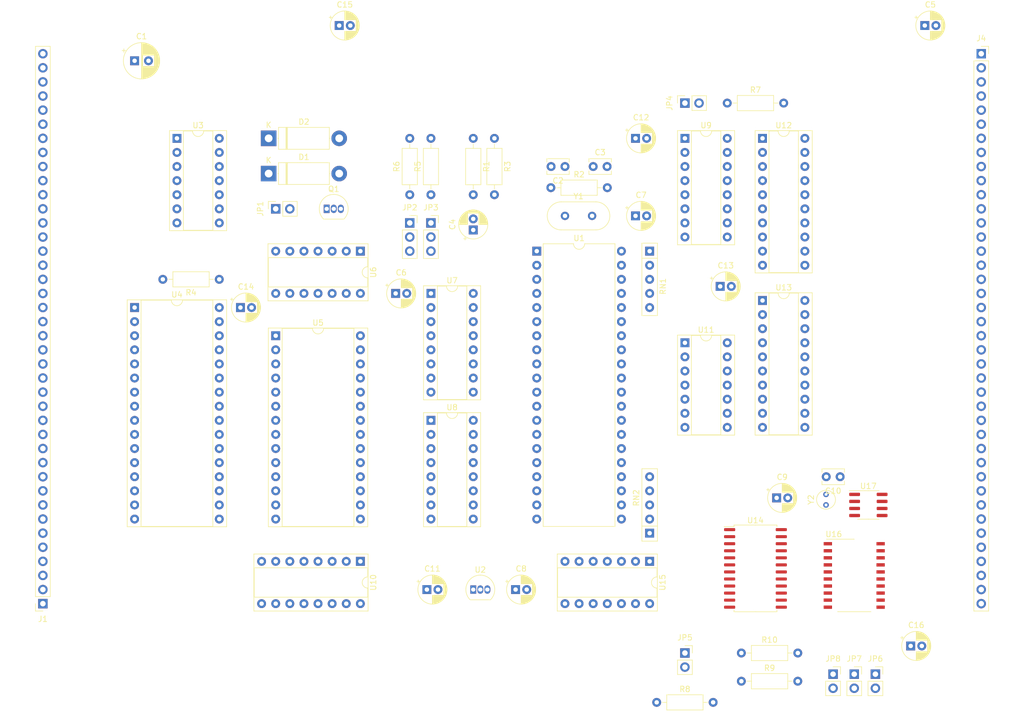
<source format=kicad_pcb>
(kicad_pcb (version 20171130) (host pcbnew "(5.1.5-0-10_14)")
  (title_block (title RCA2020-Mk1) (date 2021-02-07) (rev 1) (company "Weird Science") (comment 1 "Design by Richard van Harderwijk"))
  (layers (0 F.Cu signal) (31 B.Cu signal) (34 B.Paste user) (35 F.Paste user) (36 B.SilkS user) (37 F.SilkS user) (38 B.Mask user) (39 F.Mask user) (44 Edge.Cuts user))
  (net 0 "")
  (net 1 +5V)
  (net 2 GND)
  (net 3 CLOCK)
  (net 4 "Net-(C3-Pad1)")
  (net 5 ~CLEAR)
  (net 6 +3V3)
  (net 7 "Net-(C10-Pad1)")
  (net 8 A7)
  (net 9 "Net-(D1-Pad2)")
  (net 10 A6)
  (net 11 /RAM+ROM/EXTERNAL_RAM_INHIBIT)
  (net 12 ~DMA_IN)
  (net 13 ~DMA_OUT)
  (net 14 ~INTERRUPT)
  (net 15 ~MWR)
  (net 16 TPA)
  (net 17 TPB)
  (net 18 A5)
  (net 19 A4)
  (net 20 A3)
  (net 21 A2)
  (net 22 A1)
  (net 23 A0)
  (net 24 ~EF1)
  (net 25 ~EF2)
  (net 26 ~EF3)
  (net 27 ~EF4)
  (net 28 N0)
  (net 29 N1)
  (net 30 N2)
  (net 31 D0)
  (net 32 D1)
  (net 33 D2)
  (net 34 D3)
  (net 35 D4)
  (net 36 D5)
  (net 37 D6)
  (net 38 D7)
  (net 39 ~MRD)
  (net 40 SC0)
  (net 41 SC1)
  (net 42 Q)
  (net 43 ~WAIT)
  (net 44 "Net-(J4-Pad12)")
  (net 45 "Net-(J4-Pad13)")
  (net 46 "Net-(J4-Pad14)")
  (net 47 "Net-(J4-Pad15)")
  (net 48 "Net-(J4-Pad16)")
  (net 49 "/N-lines IO/N-In0")
  (net 50 "/N-lines IO/N-In1")
  (net 51 "/N-lines IO/N-In2")
  (net 52 "/N-lines IO/N-In3")
  (net 53 "/N-lines IO/N-In4")
  (net 54 "/N-lines IO/N-In5")
  (net 55 "/N-lines IO/N-In6")
  (net 56 "/N-lines IO/N-In7")
  (net 57 "Net-(J4-Pad25)")
  (net 58 "/N-lines IO/N-Out0")
  (net 59 "/N-lines IO/N-Out1")
  (net 60 "/N-lines IO/N-Out2")
  (net 61 "/N-lines IO/N-Out3")
  (net 62 "/N-lines IO/N-Out4")
  (net 63 "/N-lines IO/N-Out5")
  (net 64 "/N-lines IO/N-Out6")
  (net 65 "/N-lines IO/N-Out7")
  (net 66 "/N-lines to I2C/SDA")
  (net 67 "/N-lines to I2C/SCL")
  (net 68 "/N-lines to I2C/~INT")
  (net 69 "/N-lines to I2C/~INT_ACK")
  (net 70 "Net-(JP1-Pad1)")
  (net 71 "Net-(JP2-Pad1)")
  (net 72 "Net-(JP2-Pad2)")
  (net 73 A15)
  (net 74 A14)
  (net 75 "Net-(JP3-Pad2)")
  (net 76 "Net-(JP3-Pad1)")
  (net 77 "Net-(JP4-Pad2)")
  (net 78 "Net-(JP5-Pad2)")
  (net 79 "Net-(JP5-Pad1)")
  (net 80 "Net-(JP7-Pad2)")
  (net 81 "Net-(JP8-Pad2)")
  (net 82 "Net-(Q1-Pad2)")
  (net 83 "Net-(J5-PadR)")
  (net 84 "Net-(RN1-Pad2)")
  (net 85 "Net-(U3-Pad13)")
  (net 86 "Net-(U3-Pad10)")
  (net 87 "Net-(U3-Pad12)")
  (net 88 "Net-(U4-Pad1)")
  (net 89 A12)
  (net 90 A10)
  (net 91 A11)
  (net 92 A9)
  (net 93 A8)
  (net 94 A13)
  (net 95 "Net-(U4-Pad30)")
  (net 96 "Net-(U5-Pad1)")
  (net 97 "Net-(U5-Pad26)")
  (net 98 "Net-(U6-Pad10)")
  (net 99 "Net-(U6-Pad6)")
  (net 100 "Net-(U7-Pad3)")
  (net 101 "Net-(U7-Pad9)")
  (net 102 "Net-(U8-Pad9)")
  (net 103 "Net-(U8-Pad3)")
  (net 104 "Net-(U8-Pad12)")
  (net 105 "Net-(U8-Pad15)")
  (net 106 "Net-(J5-PadT)")
  (net 107 "Net-(U9-Pad10)")
  (net 108 "Net-(U11-Pad6)")
  (net 109 "Net-(U13-Pad11)")
  (net 110 "Net-(U9-Pad6)")
  (net 111 "Net-(U11-Pad4)")
  (net 112 "Net-(U10-Pad15)")
  (net 113 "Net-(U10-Pad7)")
  (net 114 "Net-(U10-Pad14)")
  (net 115 "Net-(U10-Pad6)")
  (net 116 "Net-(U10-Pad5)")
  (net 117 "Net-(U10-Pad4)")
  (net 118 "Net-(U10-Pad3)")
  (net 119 "Net-(U10-Pad2)")
  (net 120 "Net-(U10-Pad9)")
  (net 121 "Net-(U10-Pad1)")
  (net 122 "Net-(U11-Pad9)")
  (net 123 "Net-(U11-Pad10)")
  (net 124 "Net-(U11-Pad13)")
  (net 125 "Net-(U14-Pad14)")
  (net 126 "Net-(U14-Pad15)")
  (net 127 "Net-(U14-Pad16)")
  (net 128 "Net-(U14-Pad17)")
  (net 129 "Net-(U14-Pad18)")
  (net 130 "Net-(U14-Pad19)")
  (net 131 "Net-(U14-Pad20)")
  (net 132 "Net-(U14-Pad21)")
  (net 133 "Net-(U15-Pad10)")
  (net 134 "Net-(U16-Pad9)")
  (net 135 "Net-(U17-Pad2)")
  (net 136 "Net-(U17-Pad7)")
  (module Capacitor_THT:CP_Radial_D6.3mm_P2.50mm (layer F.Cu) (at 64.77 36.83)
    (fp_text reference C1 (at 1.25 -4.4) (layer F.SilkS))
    (fp_text value 10uF)
    (pad 1 thru_hole rect (at 0 0) (size 1.6 1.6) (drill 0.8) (layers *.Cu *.Mask) (net 1 +5V))
    (pad 2 thru_hole circle (at 2.5 0) (size 1.6 1.6) (drill 0.8) (layers *.Cu *.Mask) (net 2 GND))
  )
  (module Capacitor_THT:C_Disc_D3.8mm_W2.6mm_P2.50mm (layer F.Cu) (at 142.24 55.88 180)
    (fp_text reference C2 (at 1.25 -2.55) (layer F.SilkS))
    (fp_text value 47pF)
    (pad 1 thru_hole circle (at 0 0 180) (size 1.6 1.6) (drill 0.8) (layers *.Cu *.Mask) (net 3 CLOCK))
    (pad 2 thru_hole circle (at 2.5 0 180) (size 1.6 1.6) (drill 0.8) (layers *.Cu *.Mask) (net 2 GND))
  )
  (module Capacitor_THT:C_Disc_D3.8mm_W2.6mm_P2.50mm (layer F.Cu) (at 147.32 55.88)
    (fp_text reference C3 (at 1.25 -2.55) (layer F.SilkS))
    (fp_text value 47pF)
    (pad 2 thru_hole circle (at 2.5 0) (size 1.6 1.6) (drill 0.8) (layers *.Cu *.Mask) (net 2 GND))
    (pad 1 thru_hole circle (at 0 0) (size 1.6 1.6) (drill 0.8) (layers *.Cu *.Mask) (net 4 "Net-(C3-Pad1)"))
  )
  (module Capacitor_THT:CP_Radial_D5.0mm_P2.00mm (layer F.Cu) (at 125.73 67.31 90)
    (fp_text reference C4 (at 1 -3.75 90) (layer F.SilkS))
    (fp_text value 1,5uF)
    (pad 1 thru_hole rect (at 0 0 90) (size 1.6 1.6) (drill 0.8) (layers *.Cu *.Mask) (net 5 ~CLEAR))
    (pad 2 thru_hole circle (at 2 0 90) (size 1.6 1.6) (drill 0.8) (layers *.Cu *.Mask) (net 2 GND))
  )
  (module Capacitor_THT:CP_Radial_D5.0mm_P2.00mm (layer F.Cu) (at 207.01 30.48)
    (fp_text reference C5 (at 1 -3.75) (layer F.SilkS))
    (fp_text value 0,22uF)
    (pad 1 thru_hole rect (at 0 0) (size 1.6 1.6) (drill 0.8) (layers *.Cu *.Mask) (net 1 +5V))
    (pad 2 thru_hole circle (at 2 0) (size 1.6 1.6) (drill 0.8) (layers *.Cu *.Mask) (net 2 GND))
  )
  (module Capacitor_THT:CP_Radial_D5.0mm_P2.00mm (layer F.Cu) (at 111.76 78.74)
    (fp_text reference C6 (at 1 -3.75) (layer F.SilkS))
    (fp_text value 0,22uF)
    (pad 1 thru_hole rect (at 0 0) (size 1.6 1.6) (drill 0.8) (layers *.Cu *.Mask) (net 1 +5V))
    (pad 2 thru_hole circle (at 2 0) (size 1.6 1.6) (drill 0.8) (layers *.Cu *.Mask) (net 2 GND))
  )
  (module Capacitor_THT:CP_Radial_D5.0mm_P2.00mm (layer F.Cu) (at 154.94 64.77)
    (fp_text reference C7 (at 1 -3.75) (layer F.SilkS))
    (fp_text value 0,22uF)
    (pad 2 thru_hole circle (at 2 0) (size 1.6 1.6) (drill 0.8) (layers *.Cu *.Mask) (net 2 GND))
    (pad 1 thru_hole rect (at 0 0) (size 1.6 1.6) (drill 0.8) (layers *.Cu *.Mask) (net 1 +5V))
  )
  (module Capacitor_THT:CP_Radial_D5.0mm_P2.00mm (layer F.Cu) (at 133.35 132.08)
    (fp_text reference C8 (at 1 -3.75) (layer F.SilkS))
    (fp_text value 0,22uF)
    (pad 2 thru_hole circle (at 2 0) (size 1.6 1.6) (drill 0.8) (layers *.Cu *.Mask) (net 2 GND))
    (pad 1 thru_hole rect (at 0 0) (size 1.6 1.6) (drill 0.8) (layers *.Cu *.Mask) (net 6 +3V3))
  )
  (module Capacitor_THT:CP_Radial_D5.0mm_P2.00mm (layer F.Cu) (at 180.34 115.57)
    (fp_text reference C9 (at 1 -3.75) (layer F.SilkS))
    (fp_text value 0,22uF)
    (pad 2 thru_hole circle (at 2 0) (size 1.6 1.6) (drill 0.8) (layers *.Cu *.Mask) (net 2 GND))
    (pad 1 thru_hole rect (at 0 0) (size 1.6 1.6) (drill 0.8) (layers *.Cu *.Mask) (net 6 +3V3))
  )
  (module Capacitor_THT:C_Disc_D3.8mm_W2.6mm_P2.50mm (layer F.Cu) (at 191.77 111.76 180)
    (fp_text reference C10 (at 1.25 -2.55) (layer F.SilkS))
    (fp_text value 20pF)
    (pad 1 thru_hole circle (at 0 0 180) (size 1.6 1.6) (drill 0.8) (layers *.Cu *.Mask) (net 7 "Net-(C10-Pad1)"))
    (pad 2 thru_hole circle (at 2.5 0 180) (size 1.6 1.6) (drill 0.8) (layers *.Cu *.Mask) (net 2 GND))
  )
  (module Capacitor_THT:CP_Radial_D5.0mm_P2.00mm (layer F.Cu) (at 117.38 132.08)
    (fp_text reference C11 (at 1 -3.75) (layer F.SilkS))
    (fp_text value 0,22uF)
    (pad 2 thru_hole circle (at 2 0) (size 1.6 1.6) (drill 0.8) (layers *.Cu *.Mask) (net 2 GND))
    (pad 1 thru_hole rect (at 0 0) (size 1.6 1.6) (drill 0.8) (layers *.Cu *.Mask) (net 1 +5V))
  )
  (module Capacitor_THT:CP_Radial_D5.0mm_P2.00mm (layer F.Cu) (at 154.94 50.8)
    (fp_text reference C12 (at 1 -3.75) (layer F.SilkS))
    (fp_text value 0,22uF)
    (pad 1 thru_hole rect (at 0 0) (size 1.6 1.6) (drill 0.8) (layers *.Cu *.Mask) (net 1 +5V))
    (pad 2 thru_hole circle (at 2 0) (size 1.6 1.6) (drill 0.8) (layers *.Cu *.Mask) (net 2 GND))
  )
  (module Capacitor_THT:CP_Radial_D5.0mm_P2.00mm (layer F.Cu) (at 170.18 77.47)
    (fp_text reference C13 (at 1 -3.75) (layer F.SilkS))
    (fp_text value 0,22uF)
    (pad 2 thru_hole circle (at 2 0) (size 1.6 1.6) (drill 0.8) (layers *.Cu *.Mask) (net 2 GND))
    (pad 1 thru_hole rect (at 0 0) (size 1.6 1.6) (drill 0.8) (layers *.Cu *.Mask) (net 1 +5V))
  )
  (module Capacitor_THT:CP_Radial_D5.0mm_P2.00mm (layer F.Cu) (at 83.82 81.28)
    (fp_text reference C14 (at 1 -3.75) (layer F.SilkS))
    (fp_text value 0,22uF)
    (pad 1 thru_hole rect (at 0 0) (size 1.6 1.6) (drill 0.8) (layers *.Cu *.Mask) (net 1 +5V))
    (pad 2 thru_hole circle (at 2 0) (size 1.6 1.6) (drill 0.8) (layers *.Cu *.Mask) (net 2 GND))
  )
  (module Capacitor_THT:CP_Radial_D5.0mm_P2.00mm (layer F.Cu) (at 101.6 30.48)
    (fp_text reference C15 (at 1 -3.75) (layer F.SilkS))
    (fp_text value 0,22uF)
    (pad 1 thru_hole rect (at 0 0) (size 1.6 1.6) (drill 0.8) (layers *.Cu *.Mask) (net 1 +5V))
    (pad 2 thru_hole circle (at 2 0) (size 1.6 1.6) (drill 0.8) (layers *.Cu *.Mask) (net 2 GND))
  )
  (module Capacitor_THT:CP_Radial_D5.0mm_P2.00mm (layer F.Cu) (at 204.47 142.24)
    (fp_text reference C16 (at 1 -3.75) (layer F.SilkS))
    (fp_text value 0,22uF)
    (pad 2 thru_hole circle (at 2 0) (size 1.6 1.6) (drill 0.8) (layers *.Cu *.Mask) (net 2 GND))
    (pad 1 thru_hole rect (at 0 0) (size 1.6 1.6) (drill 0.8) (layers *.Cu *.Mask) (net 6 +3V3))
  )
  (module Diode_THT:D_5W_P12.70mm_Horizontal (layer F.Cu) (at 88.9 57.15)
    (fp_text reference D1 (at 6.35 -2.97) (layer F.SilkS))
    (fp_text value D)
    (fp_text user K (at 0 -2.4) (layer F.SilkS))
    (pad 1 thru_hole rect (at 0 0) (size 2.8 2.8) (drill 1.4) (layers *.Cu *.Mask) (net 8 A7))
    (pad 2 thru_hole oval (at 12.7 0) (size 2.8 2.8) (drill 1.4) (layers *.Cu *.Mask) (net 9 "Net-(D1-Pad2)"))
  )
  (module Diode_THT:D_5W_P12.70mm_Horizontal (layer F.Cu) (at 88.9 50.8)
    (fp_text reference D2 (at 6.35 -2.97) (layer F.SilkS))
    (fp_text value D)
    (fp_text user K (at 0 -2.4) (layer F.SilkS))
    (pad 2 thru_hole oval (at 12.7 0) (size 2.8 2.8) (drill 1.4) (layers *.Cu *.Mask) (net 9 "Net-(D1-Pad2)"))
    (pad 1 thru_hole rect (at 0 0) (size 2.8 2.8) (drill 1.4) (layers *.Cu *.Mask) (net 10 A6))
  )
  (module Connector_PinSocket_2.54mm:PinSocket_1x40_P2.54mm_Vertical (layer F.Cu) (at 48.26 134.62 180)
    (fp_text reference J1 (at 0 -2.77) (layer F.SilkS))
    (fp_text value Conn_01x40_Female)
    (pad 40 thru_hole oval (at 0 99.06 180) (size 1.7 1.7) (drill 1) (layers *.Cu *.Mask) (net 2 GND))
    (pad 39 thru_hole oval (at 0 96.52 180) (size 1.7 1.7) (drill 1) (layers *.Cu *.Mask) (net 11 /RAM+ROM/EXTERNAL_RAM_INHIBIT))
    (pad 38 thru_hole oval (at 0 93.98 180) (size 1.7 1.7) (drill 1) (layers *.Cu *.Mask) (net 12 ~DMA_IN))
    (pad 37 thru_hole oval (at 0 91.44 180) (size 1.7 1.7) (drill 1) (layers *.Cu *.Mask) (net 13 ~DMA_OUT))
    (pad 36 thru_hole oval (at 0 88.9 180) (size 1.7 1.7) (drill 1) (layers *.Cu *.Mask) (net 14 ~INTERRUPT))
    (pad 35 thru_hole oval (at 0 86.36 180) (size 1.7 1.7) (drill 1) (layers *.Cu *.Mask) (net 15 ~MWR))
    (pad 34 thru_hole oval (at 0 83.82 180) (size 1.7 1.7) (drill 1) (layers *.Cu *.Mask) (net 16 TPA))
    (pad 33 thru_hole oval (at 0 81.28 180) (size 1.7 1.7) (drill 1) (layers *.Cu *.Mask) (net 17 TPB))
    (pad 32 thru_hole oval (at 0 78.74 180) (size 1.7 1.7) (drill 1) (layers *.Cu *.Mask) (net 8 A7))
    (pad 31 thru_hole oval (at 0 76.2 180) (size 1.7 1.7) (drill 1) (layers *.Cu *.Mask) (net 10 A6))
    (pad 30 thru_hole oval (at 0 73.66 180) (size 1.7 1.7) (drill 1) (layers *.Cu *.Mask) (net 18 A5))
    (pad 29 thru_hole oval (at 0 71.12 180) (size 1.7 1.7) (drill 1) (layers *.Cu *.Mask) (net 19 A4))
    (pad 28 thru_hole oval (at 0 68.58 180) (size 1.7 1.7) (drill 1) (layers *.Cu *.Mask) (net 20 A3))
    (pad 27 thru_hole oval (at 0 66.04 180) (size 1.7 1.7) (drill 1) (layers *.Cu *.Mask) (net 21 A2))
    (pad 26 thru_hole oval (at 0 63.5 180) (size 1.7 1.7) (drill 1) (layers *.Cu *.Mask) (net 22 A1))
    (pad 25 thru_hole oval (at 0 60.96 180) (size 1.7 1.7) (drill 1) (layers *.Cu *.Mask) (net 23 A0))
    (pad 24 thru_hole oval (at 0 58.42 180) (size 1.7 1.7) (drill 1) (layers *.Cu *.Mask) (net 24 ~EF1))
    (pad 23 thru_hole oval (at 0 55.88 180) (size 1.7 1.7) (drill 1) (layers *.Cu *.Mask) (net 25 ~EF2))
    (pad 22 thru_hole oval (at 0 53.34 180) (size 1.7 1.7) (drill 1) (layers *.Cu *.Mask) (net 26 ~EF3))
    (pad 21 thru_hole oval (at 0 50.8 180) (size 1.7 1.7) (drill 1) (layers *.Cu *.Mask) (net 27 ~EF4))
    (pad 20 thru_hole oval (at 0 48.26 180) (size 1.7 1.7) (drill 1) (layers *.Cu *.Mask) (net 2 GND))
    (pad 19 thru_hole oval (at 0 45.72 180) (size 1.7 1.7) (drill 1) (layers *.Cu *.Mask) (net 28 N0))
    (pad 18 thru_hole oval (at 0 43.18 180) (size 1.7 1.7) (drill 1) (layers *.Cu *.Mask) (net 29 N1))
    (pad 17 thru_hole oval (at 0 40.64 180) (size 1.7 1.7) (drill 1) (layers *.Cu *.Mask) (net 30 N2))
    (pad 16 thru_hole oval (at 0 38.1 180) (size 1.7 1.7) (drill 1) (layers *.Cu *.Mask) (net 1 +5V))
    (pad 15 thru_hole oval (at 0 35.56 180) (size 1.7 1.7) (drill 1) (layers *.Cu *.Mask) (net 31 D0))
    (pad 14 thru_hole oval (at 0 33.02 180) (size 1.7 1.7) (drill 1) (layers *.Cu *.Mask) (net 32 D1))
    (pad 13 thru_hole oval (at 0 30.48 180) (size 1.7 1.7) (drill 1) (layers *.Cu *.Mask) (net 33 D2))
    (pad 12 thru_hole oval (at 0 27.94 180) (size 1.7 1.7) (drill 1) (layers *.Cu *.Mask) (net 34 D3))
    (pad 11 thru_hole oval (at 0 25.4 180) (size 1.7 1.7) (drill 1) (layers *.Cu *.Mask) (net 35 D4))
    (pad 10 thru_hole oval (at 0 22.86 180) (size 1.7 1.7) (drill 1) (layers *.Cu *.Mask) (net 36 D5))
    (pad 9 thru_hole oval (at 0 20.32 180) (size 1.7 1.7) (drill 1) (layers *.Cu *.Mask) (net 37 D6))
    (pad 8 thru_hole oval (at 0 17.78 180) (size 1.7 1.7) (drill 1) (layers *.Cu *.Mask) (net 38 D7))
    (pad 7 thru_hole oval (at 0 15.24 180) (size 1.7 1.7) (drill 1) (layers *.Cu *.Mask) (net 39 ~MRD))
    (pad 6 thru_hole oval (at 0 12.7 180) (size 1.7 1.7) (drill 1) (layers *.Cu *.Mask) (net 40 SC0))
    (pad 5 thru_hole oval (at 0 10.16 180) (size 1.7 1.7) (drill 1) (layers *.Cu *.Mask) (net 41 SC1))
    (pad 4 thru_hole oval (at 0 7.62 180) (size 1.7 1.7) (drill 1) (layers *.Cu *.Mask) (net 42 Q))
    (pad 3 thru_hole oval (at 0 5.08 180) (size 1.7 1.7) (drill 1) (layers *.Cu *.Mask) (net 5 ~CLEAR))
    (pad 2 thru_hole oval (at 0 2.54 180) (size 1.7 1.7) (drill 1) (layers *.Cu *.Mask) (net 43 ~WAIT))
    (pad 1 thru_hole rect (at 0 0 180) (size 1.7 1.7) (drill 1) (layers *.Cu *.Mask) (net 3 CLOCK))
  )
  (module Connector_PinSocket_2.54mm:PinSocket_1x40_P2.54mm_Vertical (layer F.Cu) (at 217.17 35.56)
    (fp_text reference J4 (at 0 -2.77) (layer F.SilkS))
    (fp_text value Conn_01x40_Female)
    (pad 1 thru_hole rect (at 0 0) (size 1.7 1.7) (drill 1) (layers *.Cu *.Mask) (net 24 ~EF1))
    (pad 2 thru_hole oval (at 0 2.54) (size 1.7 1.7) (drill 1) (layers *.Cu *.Mask) (net 25 ~EF2))
    (pad 3 thru_hole oval (at 0 5.08) (size 1.7 1.7) (drill 1) (layers *.Cu *.Mask) (net 26 ~EF3))
    (pad 4 thru_hole oval (at 0 7.62) (size 1.7 1.7) (drill 1) (layers *.Cu *.Mask) (net 27 ~EF4))
    (pad 5 thru_hole oval (at 0 10.16) (size 1.7 1.7) (drill 1) (layers *.Cu *.Mask) (net 42 Q))
    (pad 6 thru_hole oval (at 0 12.7) (size 1.7 1.7) (drill 1) (layers *.Cu *.Mask) (net 16 TPA))
    (pad 7 thru_hole oval (at 0 15.24) (size 1.7 1.7) (drill 1) (layers *.Cu *.Mask) (net 17 TPB))
    (pad 8 thru_hole oval (at 0 17.78) (size 1.7 1.7) (drill 1) (layers *.Cu *.Mask) (net 5 ~CLEAR))
    (pad 9 thru_hole oval (at 0 20.32) (size 1.7 1.7) (drill 1) (layers *.Cu *.Mask) (net 2 GND))
    (pad 10 thru_hole oval (at 0 22.86) (size 1.7 1.7) (drill 1) (layers *.Cu *.Mask) (net 1 +5V))
    (pad 11 thru_hole oval (at 0 25.4) (size 1.7 1.7) (drill 1) (layers *.Cu *.Mask) (net 2 GND))
    (pad 12 thru_hole oval (at 0 27.94) (size 1.7 1.7) (drill 1) (layers *.Cu *.Mask) (net 44 "Net-(J4-Pad12)"))
    (pad 13 thru_hole oval (at 0 30.48) (size 1.7 1.7) (drill 1) (layers *.Cu *.Mask) (net 45 "Net-(J4-Pad13)"))
    (pad 14 thru_hole oval (at 0 33.02) (size 1.7 1.7) (drill 1) (layers *.Cu *.Mask) (net 46 "Net-(J4-Pad14)"))
    (pad 15 thru_hole oval (at 0 35.56) (size 1.7 1.7) (drill 1) (layers *.Cu *.Mask) (net 47 "Net-(J4-Pad15)"))
    (pad 16 thru_hole oval (at 0 38.1) (size 1.7 1.7) (drill 1) (layers *.Cu *.Mask) (net 48 "Net-(J4-Pad16)"))
    (pad 17 thru_hole oval (at 0 40.64) (size 1.7 1.7) (drill 1) (layers *.Cu *.Mask) (net 49 "/N-lines IO/N-In0"))
    (pad 18 thru_hole oval (at 0 43.18) (size 1.7 1.7) (drill 1) (layers *.Cu *.Mask) (net 50 "/N-lines IO/N-In1"))
    (pad 19 thru_hole oval (at 0 45.72) (size 1.7 1.7) (drill 1) (layers *.Cu *.Mask) (net 51 "/N-lines IO/N-In2"))
    (pad 20 thru_hole oval (at 0 48.26) (size 1.7 1.7) (drill 1) (layers *.Cu *.Mask) (net 52 "/N-lines IO/N-In3"))
    (pad 21 thru_hole oval (at 0 50.8) (size 1.7 1.7) (drill 1) (layers *.Cu *.Mask) (net 53 "/N-lines IO/N-In4"))
    (pad 22 thru_hole oval (at 0 53.34) (size 1.7 1.7) (drill 1) (layers *.Cu *.Mask) (net 54 "/N-lines IO/N-In5"))
    (pad 23 thru_hole oval (at 0 55.88) (size 1.7 1.7) (drill 1) (layers *.Cu *.Mask) (net 55 "/N-lines IO/N-In6"))
    (pad 24 thru_hole oval (at 0 58.42) (size 1.7 1.7) (drill 1) (layers *.Cu *.Mask) (net 56 "/N-lines IO/N-In7"))
    (pad 25 thru_hole oval (at 0 60.96) (size 1.7 1.7) (drill 1) (layers *.Cu *.Mask) (net 57 "Net-(J4-Pad25)"))
    (pad 26 thru_hole oval (at 0 63.5) (size 1.7 1.7) (drill 1) (layers *.Cu *.Mask) (net 58 "/N-lines IO/N-Out0"))
    (pad 27 thru_hole oval (at 0 66.04) (size 1.7 1.7) (drill 1) (layers *.Cu *.Mask) (net 59 "/N-lines IO/N-Out1"))
    (pad 28 thru_hole oval (at 0 68.58) (size 1.7 1.7) (drill 1) (layers *.Cu *.Mask) (net 60 "/N-lines IO/N-Out2"))
    (pad 29 thru_hole oval (at 0 71.12) (size 1.7 1.7) (drill 1) (layers *.Cu *.Mask) (net 61 "/N-lines IO/N-Out3"))
    (pad 30 thru_hole oval (at 0 73.66) (size 1.7 1.7) (drill 1) (layers *.Cu *.Mask) (net 62 "/N-lines IO/N-Out4"))
    (pad 31 thru_hole oval (at 0 76.2) (size 1.7 1.7) (drill 1) (layers *.Cu *.Mask) (net 63 "/N-lines IO/N-Out5"))
    (pad 32 thru_hole oval (at 0 78.74) (size 1.7 1.7) (drill 1) (layers *.Cu *.Mask) (net 64 "/N-lines IO/N-Out6"))
    (pad 33 thru_hole oval (at 0 81.28) (size 1.7 1.7) (drill 1) (layers *.Cu *.Mask) (net 65 "/N-lines IO/N-Out7"))
    (pad 34 thru_hole oval (at 0 83.82) (size 1.7 1.7) (drill 1) (layers *.Cu *.Mask) (net 2 GND))
    (pad 35 thru_hole oval (at 0 86.36) (size 1.7 1.7) (drill 1) (layers *.Cu *.Mask) (net 6 +3V3))
    (pad 36 thru_hole oval (at 0 88.9) (size 1.7 1.7) (drill 1) (layers *.Cu *.Mask) (net 2 GND))
    (pad 37 thru_hole oval (at 0 91.44) (size 1.7 1.7) (drill 1) (layers *.Cu *.Mask) (net 66 "/N-lines to I2C/SDA"))
    (pad 38 thru_hole oval (at 0 93.98) (size 1.7 1.7) (drill 1) (layers *.Cu *.Mask) (net 67 "/N-lines to I2C/SCL"))
    (pad 39 thru_hole oval (at 0 96.52) (size 1.7 1.7) (drill 1) (layers *.Cu *.Mask) (net 68 "/N-lines to I2C/~INT"))
    (pad 40 thru_hole oval (at 0 99.06) (size 1.7 1.7) (drill 1) (layers *.Cu *.Mask) (net 69 "/N-lines to I2C/~INT_ACK"))
  )
  (module Connector_PinSocket_2.54mm:PinSocket_1x02_P2.54mm_Vertical (layer F.Cu) (at 90.17 63.5 90)
    (fp_text reference JP1 (at 0 -2.77 90) (layer F.SilkS))
    (fp_text value Jumper_2_Bridged)
    (pad 1 thru_hole rect (at 0 0 90) (size 1.7 1.7) (drill 1) (layers *.Cu *.Mask) (net 70 "Net-(JP1-Pad1)"))
    (pad 2 thru_hole oval (at 0 2.54 90) (size 1.7 1.7) (drill 1) (layers *.Cu *.Mask) (net 9 "Net-(D1-Pad2)"))
  )
  (module Connector_PinSocket_2.54mm:PinSocket_1x03_P2.54mm_Vertical (layer F.Cu) (at 114.3 66.04)
    (fp_text reference JP2 (at 0 -2.77) (layer F.SilkS))
    (fp_text value Jumper_3_Bridged12)
    (pad 1 thru_hole rect (at 0 0) (size 1.7 1.7) (drill 1) (layers *.Cu *.Mask) (net 71 "Net-(JP2-Pad1)"))
    (pad 2 thru_hole oval (at 0 2.54) (size 1.7 1.7) (drill 1) (layers *.Cu *.Mask) (net 72 "Net-(JP2-Pad2)"))
    (pad 3 thru_hole oval (at 0 5.08) (size 1.7 1.7) (drill 1) (layers *.Cu *.Mask) (net 73 A15))
  )
  (module Connector_PinSocket_2.54mm:PinSocket_1x03_P2.54mm_Vertical (layer F.Cu) (at 118.11 66.04)
    (fp_text reference JP3 (at 0 -2.77) (layer F.SilkS))
    (fp_text value Jumper_3_Bridged12)
    (pad 3 thru_hole oval (at 0 5.08) (size 1.7 1.7) (drill 1) (layers *.Cu *.Mask) (net 74 A14))
    (pad 2 thru_hole oval (at 0 2.54) (size 1.7 1.7) (drill 1) (layers *.Cu *.Mask) (net 75 "Net-(JP3-Pad2)"))
    (pad 1 thru_hole rect (at 0 0) (size 1.7 1.7) (drill 1) (layers *.Cu *.Mask) (net 76 "Net-(JP3-Pad1)"))
  )
  (module Connector_PinSocket_2.54mm:PinSocket_1x02_P2.54mm_Vertical (layer F.Cu) (at 163.83 44.45 90)
    (fp_text reference JP4 (at 0 -2.77 90) (layer F.SilkS))
    (fp_text value Jumper_2_Bridged)
    (pad 1 thru_hole rect (at 0 0 90) (size 1.7 1.7) (drill 1) (layers *.Cu *.Mask) (net 27 ~EF4))
    (pad 2 thru_hole oval (at 0 2.54 90) (size 1.7 1.7) (drill 1) (layers *.Cu *.Mask) (net 77 "Net-(JP4-Pad2)"))
  )
  (module Connector_PinSocket_2.54mm:PinSocket_1x02_P2.54mm_Vertical (layer F.Cu) (at 163.83 143.51)
    (fp_text reference JP5 (at 0 -2.77) (layer F.SilkS))
    (fp_text value Jumper_2_Bridged)
    (pad 2 thru_hole oval (at 0 2.54) (size 1.7 1.7) (drill 1) (layers *.Cu *.Mask) (net 78 "Net-(JP5-Pad2)"))
    (pad 1 thru_hole rect (at 0 0) (size 1.7 1.7) (drill 1) (layers *.Cu *.Mask) (net 79 "Net-(JP5-Pad1)"))
  )
  (module Connector_PinSocket_2.54mm:PinSocket_1x02_P2.54mm_Vertical (layer F.Cu) (at 198.12 147.32)
    (fp_text reference JP6 (at 0 -2.77) (layer F.SilkS))
    (fp_text value Jumper_2_Open)
    (pad 2 thru_hole oval (at 0 2.54) (size 1.7 1.7) (drill 1) (layers *.Cu *.Mask) (net 68 "/N-lines to I2C/~INT"))
    (pad 1 thru_hole rect (at 0 0) (size 1.7 1.7) (drill 1) (layers *.Cu *.Mask) (net 14 ~INTERRUPT))
  )
  (module Connector_PinSocket_2.54mm:PinSocket_1x02_P2.54mm_Vertical (layer F.Cu) (at 194.31 147.32)
    (fp_text reference JP7 (at 0 -2.77) (layer F.SilkS))
    (fp_text value Jumper_2_Open)
    (pad 2 thru_hole oval (at 0 2.54) (size 1.7 1.7) (drill 1) (layers *.Cu *.Mask) (net 80 "Net-(JP7-Pad2)"))
    (pad 1 thru_hole rect (at 0 0) (size 1.7 1.7) (drill 1) (layers *.Cu *.Mask) (net 14 ~INTERRUPT))
  )
  (module Connector_PinSocket_2.54mm:PinSocket_1x02_P2.54mm_Vertical (layer F.Cu) (at 190.5 147.32)
    (fp_text reference JP8 (at 0 -2.77) (layer F.SilkS))
    (fp_text value Jumper_2_Open)
    (pad 1 thru_hole rect (at 0 0) (size 1.7 1.7) (drill 1) (layers *.Cu *.Mask) (net 14 ~INTERRUPT))
    (pad 2 thru_hole oval (at 0 2.54) (size 1.7 1.7) (drill 1) (layers *.Cu *.Mask) (net 81 "Net-(JP8-Pad2)"))
  )
  (module Package_TO_SOT_THT:TO-92_Inline (layer F.Cu) (at 99.345001 63.5)
    (fp_text reference Q1 (at 1.27 -3.56) (layer F.SilkS))
    (fp_text value BC548)
    (pad 1 thru_hole rect (at 0 0) (size 1.05 1.5) (drill 0.75) (layers *.Cu *.Mask) (net 1 +5V))
    (pad 3 thru_hole oval (at 2.54 0) (size 1.05 1.5) (drill 0.75) (layers *.Cu *.Mask) (net 70 "Net-(JP1-Pad1)"))
    (pad 2 thru_hole oval (at 1.27 0) (size 1.05 1.5) (drill 0.75) (layers *.Cu *.Mask) (net 82 "Net-(Q1-Pad2)"))
  )
  (module Resistor_THT:R_Axial_DIN0207_L6.3mm_D2.5mm_P10.16mm_Horizontal (layer F.Cu) (at 125.73 50.8 270)
    (fp_text reference R1 (at 5.08 -2.37 90) (layer F.SilkS))
    (fp_text value 100k)
    (pad 1 thru_hole circle (at 0 0 270) (size 1.6 1.6) (drill 0.8) (layers *.Cu *.Mask) (net 1 +5V))
    (pad 2 thru_hole oval (at 10.16 0 270) (size 1.6 1.6) (drill 0.8) (layers *.Cu *.Mask) (net 5 ~CLEAR))
  )
  (module Resistor_THT:R_Axial_DIN0207_L6.3mm_D2.5mm_P10.16mm_Horizontal (layer F.Cu) (at 139.7 59.69)
    (fp_text reference R2 (at 5.08 -2.37) (layer F.SilkS))
    (fp_text value 6,8M)
    (pad 2 thru_hole oval (at 10.16 0) (size 1.6 1.6) (drill 0.8) (layers *.Cu *.Mask) (net 4 "Net-(C3-Pad1)"))
    (pad 1 thru_hole circle (at 0 0) (size 1.6 1.6) (drill 0.8) (layers *.Cu *.Mask) (net 3 CLOCK))
  )
  (module Resistor_THT:R_Axial_DIN0207_L6.3mm_D2.5mm_P10.16mm_Horizontal (layer F.Cu) (at 129.54 50.8 270)
    (fp_text reference R3 (at 5.08 -2.37 90) (layer F.SilkS))
    (fp_text value 47k)
    (pad 2 thru_hole oval (at 10.16 0 270) (size 1.6 1.6) (drill 0.8) (layers *.Cu *.Mask) (net 43 ~WAIT))
    (pad 1 thru_hole circle (at 0 0 270) (size 1.6 1.6) (drill 0.8) (layers *.Cu *.Mask) (net 1 +5V))
  )
  (module Resistor_THT:R_Axial_DIN0207_L6.3mm_D2.5mm_P10.16mm_Horizontal (layer F.Cu) (at 80.01 76.2 180)
    (fp_text reference R4 (at 5.08 -2.37) (layer F.SilkS))
    (fp_text value 47k)
    (pad 2 thru_hole oval (at 10.16 0 180) (size 1.6 1.6) (drill 0.8) (layers *.Cu *.Mask) (net 2 GND))
    (pad 1 thru_hole circle (at 0 0 180) (size 1.6 1.6) (drill 0.8) (layers *.Cu *.Mask) (net 11 /RAM+ROM/EXTERNAL_RAM_INHIBIT))
  )
  (module Resistor_THT:R_Axial_DIN0207_L6.3mm_D2.5mm_P10.16mm_Horizontal (layer F.Cu) (at 118.11 60.96 90)
    (fp_text reference R5 (at 5.08 -2.37 90) (layer F.SilkS))
    (fp_text value 47k)
    (pad 1 thru_hole circle (at 0 0 90) (size 1.6 1.6) (drill 0.8) (layers *.Cu *.Mask) (net 1 +5V))
    (pad 2 thru_hole oval (at 10.16 0 90) (size 1.6 1.6) (drill 0.8) (layers *.Cu *.Mask) (net 75 "Net-(JP3-Pad2)"))
  )
  (module Resistor_THT:R_Axial_DIN0207_L6.3mm_D2.5mm_P10.16mm_Horizontal (layer F.Cu) (at 114.3 60.96 90)
    (fp_text reference R6 (at 5.08 -2.37 90) (layer F.SilkS))
    (fp_text value 47k)
    (pad 2 thru_hole oval (at 10.16 0 90) (size 1.6 1.6) (drill 0.8) (layers *.Cu *.Mask) (net 72 "Net-(JP2-Pad2)"))
    (pad 1 thru_hole circle (at 0 0 90) (size 1.6 1.6) (drill 0.8) (layers *.Cu *.Mask) (net 1 +5V))
  )
  (module Resistor_THT:R_Axial_DIN0207_L6.3mm_D2.5mm_P10.16mm_Horizontal (layer F.Cu) (at 171.45 44.45)
    (fp_text reference R7 (at 5.08 -2.37) (layer F.SilkS))
    (fp_text value 47k)
    (pad 1 thru_hole circle (at 0 0) (size 1.6 1.6) (drill 0.8) (layers *.Cu *.Mask) (net 83 "Net-(J5-PadR)"))
    (pad 2 thru_hole oval (at 10.16 0) (size 1.6 1.6) (drill 0.8) (layers *.Cu *.Mask) (net 2 GND))
  )
  (module Resistor_THT:R_Axial_DIN0207_L6.3mm_D2.5mm_P10.16mm_Horizontal (layer F.Cu) (at 158.75 152.4)
    (fp_text reference R8 (at 5.08 -2.37) (layer F.SilkS))
    (fp_text value 47k)
    (pad 1 thru_hole circle (at 0 0) (size 1.6 1.6) (drill 0.8) (layers *.Cu *.Mask) (net 1 +5V))
    (pad 2 thru_hole oval (at 10.16 0) (size 1.6 1.6) (drill 0.8) (layers *.Cu *.Mask) (net 78 "Net-(JP5-Pad2)"))
  )
  (module Resistor_THT:R_Axial_DIN0207_L6.3mm_D2.5mm_P10.16mm_Horizontal (layer F.Cu) (at 173.99 148.59)
    (fp_text reference R9 (at 5.08 -2.37) (layer F.SilkS))
    (fp_text value 4k7)
    (pad 1 thru_hole circle (at 0 0) (size 1.6 1.6) (drill 0.8) (layers *.Cu *.Mask) (net 6 +3V3))
    (pad 2 thru_hole oval (at 10.16 0) (size 1.6 1.6) (drill 0.8) (layers *.Cu *.Mask) (net 66 "/N-lines to I2C/SDA"))
  )
  (module Resistor_THT:R_Axial_DIN0207_L6.3mm_D2.5mm_P10.16mm_Horizontal (layer F.Cu) (at 173.99 143.51)
    (fp_text reference R10 (at 5.08 -2.37) (layer F.SilkS))
    (fp_text value 4k7)
    (pad 2 thru_hole oval (at 10.16 0) (size 1.6 1.6) (drill 0.8) (layers *.Cu *.Mask) (net 67 "/N-lines to I2C/SCL"))
    (pad 1 thru_hole circle (at 0 0) (size 1.6 1.6) (drill 0.8) (layers *.Cu *.Mask) (net 6 +3V3))
  )
  (module Resistor_THT:R_Array_SIP5 (layer F.Cu) (at 157.48 71.12 270)
    (fp_text reference RN1 (at 6.35 -2.4 90) (layer F.SilkS))
    (fp_text value 4x47k)
    (pad 5 thru_hole oval (at 10.16 0 270) (size 1.6 1.6) (drill 0.8) (layers *.Cu *.Mask) (net 12 ~DMA_IN))
    (pad 4 thru_hole oval (at 7.62 0 270) (size 1.6 1.6) (drill 0.8) (layers *.Cu *.Mask) (net 13 ~DMA_OUT))
    (pad 3 thru_hole oval (at 5.08 0 270) (size 1.6 1.6) (drill 0.8) (layers *.Cu *.Mask) (net 14 ~INTERRUPT))
    (pad 2 thru_hole oval (at 2.54 0 270) (size 1.6 1.6) (drill 0.8) (layers *.Cu *.Mask) (net 84 "Net-(RN1-Pad2)"))
    (pad 1 thru_hole rect (at 0 0 270) (size 1.6 1.6) (drill 0.8) (layers *.Cu *.Mask) (net 1 +5V))
  )
  (module Resistor_THT:R_Array_SIP5 (layer F.Cu) (at 157.48 121.92 90)
    (fp_text reference RN2 (at 6.35 -2.4 90) (layer F.SilkS))
    (fp_text value 4x47k)
    (pad 1 thru_hole rect (at 0 0 90) (size 1.6 1.6) (drill 0.8) (layers *.Cu *.Mask) (net 1 +5V))
    (pad 2 thru_hole oval (at 2.54 0 90) (size 1.6 1.6) (drill 0.8) (layers *.Cu *.Mask) (net 27 ~EF4))
    (pad 3 thru_hole oval (at 5.08 0 90) (size 1.6 1.6) (drill 0.8) (layers *.Cu *.Mask) (net 26 ~EF3))
    (pad 4 thru_hole oval (at 7.62 0 90) (size 1.6 1.6) (drill 0.8) (layers *.Cu *.Mask) (net 25 ~EF2))
    (pad 5 thru_hole oval (at 10.16 0 90) (size 1.6 1.6) (drill 0.8) (layers *.Cu *.Mask) (net 24 ~EF1))
  )
  (module Package_DIP:DIP-40_W15.24mm (layer F.Cu) (at 137.16 71.12)
    (fp_text reference U1 (at 7.62 -2.33) (layer F.SilkS))
    (fp_text value CDP1802ACE)
    (pad 1 thru_hole rect (at 0 0) (size 1.6 1.6) (drill 0.8) (layers *.Cu *.Mask) (net 3 CLOCK))
    (pad 21 thru_hole oval (at 15.24 48.26) (size 1.6 1.6) (drill 0.8) (layers *.Cu *.Mask) (net 27 ~EF4))
    (pad 2 thru_hole oval (at 0 2.54) (size 1.6 1.6) (drill 0.8) (layers *.Cu *.Mask) (net 43 ~WAIT))
    (pad 22 thru_hole oval (at 15.24 45.72) (size 1.6 1.6) (drill 0.8) (layers *.Cu *.Mask) (net 26 ~EF3))
    (pad 3 thru_hole oval (at 0 5.08) (size 1.6 1.6) (drill 0.8) (layers *.Cu *.Mask) (net 5 ~CLEAR))
    (pad 23 thru_hole oval (at 15.24 43.18) (size 1.6 1.6) (drill 0.8) (layers *.Cu *.Mask) (net 25 ~EF2))
    (pad 4 thru_hole oval (at 0 7.62) (size 1.6 1.6) (drill 0.8) (layers *.Cu *.Mask) (net 42 Q))
    (pad 24 thru_hole oval (at 15.24 40.64) (size 1.6 1.6) (drill 0.8) (layers *.Cu *.Mask) (net 24 ~EF1))
    (pad 5 thru_hole oval (at 0 10.16) (size 1.6 1.6) (drill 0.8) (layers *.Cu *.Mask) (net 41 SC1))
    (pad 25 thru_hole oval (at 15.24 38.1) (size 1.6 1.6) (drill 0.8) (layers *.Cu *.Mask) (net 23 A0))
    (pad 6 thru_hole oval (at 0 12.7) (size 1.6 1.6) (drill 0.8) (layers *.Cu *.Mask) (net 40 SC0))
    (pad 26 thru_hole oval (at 15.24 35.56) (size 1.6 1.6) (drill 0.8) (layers *.Cu *.Mask) (net 22 A1))
    (pad 7 thru_hole oval (at 0 15.24) (size 1.6 1.6) (drill 0.8) (layers *.Cu *.Mask) (net 39 ~MRD))
    (pad 27 thru_hole oval (at 15.24 33.02) (size 1.6 1.6) (drill 0.8) (layers *.Cu *.Mask) (net 21 A2))
    (pad 8 thru_hole oval (at 0 17.78) (size 1.6 1.6) (drill 0.8) (layers *.Cu *.Mask) (net 38 D7))
    (pad 28 thru_hole oval (at 15.24 30.48) (size 1.6 1.6) (drill 0.8) (layers *.Cu *.Mask) (net 20 A3))
    (pad 9 thru_hole oval (at 0 20.32) (size 1.6 1.6) (drill 0.8) (layers *.Cu *.Mask) (net 37 D6))
    (pad 29 thru_hole oval (at 15.24 27.94) (size 1.6 1.6) (drill 0.8) (layers *.Cu *.Mask) (net 19 A4))
    (pad 10 thru_hole oval (at 0 22.86) (size 1.6 1.6) (drill 0.8) (layers *.Cu *.Mask) (net 36 D5))
    (pad 30 thru_hole oval (at 15.24 25.4) (size 1.6 1.6) (drill 0.8) (layers *.Cu *.Mask) (net 18 A5))
    (pad 11 thru_hole oval (at 0 25.4) (size 1.6 1.6) (drill 0.8) (layers *.Cu *.Mask) (net 35 D4))
    (pad 31 thru_hole oval (at 15.24 22.86) (size 1.6 1.6) (drill 0.8) (layers *.Cu *.Mask) (net 10 A6))
    (pad 12 thru_hole oval (at 0 27.94) (size 1.6 1.6) (drill 0.8) (layers *.Cu *.Mask) (net 34 D3))
    (pad 32 thru_hole oval (at 15.24 20.32) (size 1.6 1.6) (drill 0.8) (layers *.Cu *.Mask) (net 8 A7))
    (pad 13 thru_hole oval (at 0 30.48) (size 1.6 1.6) (drill 0.8) (layers *.Cu *.Mask) (net 33 D2))
    (pad 33 thru_hole oval (at 15.24 17.78) (size 1.6 1.6) (drill 0.8) (layers *.Cu *.Mask) (net 17 TPB))
    (pad 14 thru_hole oval (at 0 33.02) (size 1.6 1.6) (drill 0.8) (layers *.Cu *.Mask) (net 32 D1))
    (pad 34 thru_hole oval (at 15.24 15.24) (size 1.6 1.6) (drill 0.8) (layers *.Cu *.Mask) (net 16 TPA))
    (pad 15 thru_hole oval (at 0 35.56) (size 1.6 1.6) (drill 0.8) (layers *.Cu *.Mask) (net 31 D0))
    (pad 35 thru_hole oval (at 15.24 12.7) (size 1.6 1.6) (drill 0.8) (layers *.Cu *.Mask) (net 15 ~MWR))
    (pad 16 thru_hole oval (at 0 38.1) (size 1.6 1.6) (drill 0.8) (layers *.Cu *.Mask) (net 1 +5V))
    (pad 36 thru_hole oval (at 15.24 10.16) (size 1.6 1.6) (drill 0.8) (layers *.Cu *.Mask) (net 14 ~INTERRUPT))
    (pad 17 thru_hole oval (at 0 40.64) (size 1.6 1.6) (drill 0.8) (layers *.Cu *.Mask) (net 30 N2))
    (pad 37 thru_hole oval (at 15.24 7.62) (size 1.6 1.6) (drill 0.8) (layers *.Cu *.Mask) (net 13 ~DMA_OUT))
    (pad 18 thru_hole oval (at 0 43.18) (size 1.6 1.6) (drill 0.8) (layers *.Cu *.Mask) (net 29 N1))
    (pad 38 thru_hole oval (at 15.24 5.08) (size 1.6 1.6) (drill 0.8) (layers *.Cu *.Mask) (net 12 ~DMA_IN))
    (pad 19 thru_hole oval (at 0 45.72) (size 1.6 1.6) (drill 0.8) (layers *.Cu *.Mask) (net 28 N0))
    (pad 39 thru_hole oval (at 15.24 2.54) (size 1.6 1.6) (drill 0.8) (layers *.Cu *.Mask) (net 4 "Net-(C3-Pad1)"))
    (pad 20 thru_hole oval (at 0 48.26) (size 1.6 1.6) (drill 0.8) (layers *.Cu *.Mask) (net 2 GND))
    (pad 40 thru_hole oval (at 15.24 0) (size 1.6 1.6) (drill 0.8) (layers *.Cu *.Mask) (net 1 +5V))
  )
  (module Package_TO_SOT_THT:TO-92_Inline (layer F.Cu) (at 125.73 132.08)
    (fp_text reference U2 (at 1.27 -3.56) (layer F.SilkS))
    (fp_text value L78L33_TO92)
    (pad 2 thru_hole oval (at 1.27 0) (size 1.05 1.5) (drill 0.75) (layers *.Cu *.Mask) (net 2 GND))
    (pad 3 thru_hole oval (at 2.54 0) (size 1.05 1.5) (drill 0.75) (layers *.Cu *.Mask) (net 1 +5V))
    (pad 1 thru_hole rect (at 0 0) (size 1.05 1.5) (drill 0.75) (layers *.Cu *.Mask) (net 6 +3V3))
  )
  (module Package_DIP:DIP-14_W7.62mm_Socket (layer F.Cu) (at 72.39 50.8)
    (fp_text reference U3 (at 3.81 -2.33) (layer F.SilkS))
    (fp_text value 4001)
    (pad 14 thru_hole oval (at 7.62 0) (size 1.6 1.6) (drill 0.8) (layers *.Cu *.Mask) (net 1 +5V))
    (pad 7 thru_hole oval (at 0 15.24) (size 1.6 1.6) (drill 0.8) (layers *.Cu *.Mask) (net 2 GND))
    (pad 13 thru_hole oval (at 7.62 2.54) (size 1.6 1.6) (drill 0.8) (layers *.Cu *.Mask) (net 85 "Net-(U3-Pad13)"))
    (pad 6 thru_hole oval (at 0 12.7) (size 1.6 1.6) (drill 0.8) (layers *.Cu *.Mask) (net 86 "Net-(U3-Pad10)"))
    (pad 12 thru_hole oval (at 7.62 5.08) (size 1.6 1.6) (drill 0.8) (layers *.Cu *.Mask) (net 87 "Net-(U3-Pad12)"))
    (pad 5 thru_hole oval (at 0 10.16) (size 1.6 1.6) (drill 0.8) (layers *.Cu *.Mask) (net 87 "Net-(U3-Pad12)"))
    (pad 11 thru_hole oval (at 7.62 7.62) (size 1.6 1.6) (drill 0.8) (layers *.Cu *.Mask) (net 82 "Net-(Q1-Pad2)"))
    (pad 4 thru_hole oval (at 0 7.62) (size 1.6 1.6) (drill 0.8) (layers *.Cu *.Mask) (net 85 "Net-(U3-Pad13)"))
    (pad 10 thru_hole oval (at 7.62 10.16) (size 1.6 1.6) (drill 0.8) (layers *.Cu *.Mask) (net 86 "Net-(U3-Pad10)"))
    (pad 3 thru_hole oval (at 0 5.08) (size 1.6 1.6) (drill 0.8) (layers *.Cu *.Mask) (net 87 "Net-(U3-Pad12)"))
    (pad 9 thru_hole oval (at 7.62 12.7) (size 1.6 1.6) (drill 0.8) (layers *.Cu *.Mask) (net 42 Q))
    (pad 2 thru_hole oval (at 0 2.54) (size 1.6 1.6) (drill 0.8) (layers *.Cu *.Mask) (net 5 ~CLEAR))
    (pad 8 thru_hole oval (at 7.62 15.24) (size 1.6 1.6) (drill 0.8) (layers *.Cu *.Mask) (net 85 "Net-(U3-Pad13)"))
    (pad 1 thru_hole rect (at 0 0) (size 1.6 1.6) (drill 0.8) (layers *.Cu *.Mask) (net 5 ~CLEAR))
  )
  (module Package_DIP:DIP-32_W15.24mm_Socket (layer F.Cu) (at 64.77 81.28)
    (fp_text reference U4 (at 7.62 -2.33) (layer F.SilkS))
    (fp_text value 628128_DIP32_SSOP32)
    (pad 1 thru_hole rect (at 0 0) (size 1.6 1.6) (drill 0.8) (layers *.Cu *.Mask) (net 88 "Net-(U4-Pad1)"))
    (pad 17 thru_hole oval (at 15.24 38.1) (size 1.6 1.6) (drill 0.8) (layers *.Cu *.Mask) (net 34 D3))
    (pad 2 thru_hole oval (at 0 2.54) (size 1.6 1.6) (drill 0.8) (layers *.Cu *.Mask) (net 2 GND))
    (pad 18 thru_hole oval (at 15.24 35.56) (size 1.6 1.6) (drill 0.8) (layers *.Cu *.Mask) (net 35 D4))
    (pad 3 thru_hole oval (at 0 5.08) (size 1.6 1.6) (drill 0.8) (layers *.Cu *.Mask) (net 74 A14))
    (pad 19 thru_hole oval (at 15.24 33.02) (size 1.6 1.6) (drill 0.8) (layers *.Cu *.Mask) (net 36 D5))
    (pad 4 thru_hole oval (at 0 7.62) (size 1.6 1.6) (drill 0.8) (layers *.Cu *.Mask) (net 89 A12))
    (pad 20 thru_hole oval (at 15.24 30.48) (size 1.6 1.6) (drill 0.8) (layers *.Cu *.Mask) (net 37 D6))
    (pad 5 thru_hole oval (at 0 10.16) (size 1.6 1.6) (drill 0.8) (layers *.Cu *.Mask) (net 8 A7))
    (pad 21 thru_hole oval (at 15.24 27.94) (size 1.6 1.6) (drill 0.8) (layers *.Cu *.Mask) (net 38 D7))
    (pad 6 thru_hole oval (at 0 12.7) (size 1.6 1.6) (drill 0.8) (layers *.Cu *.Mask) (net 10 A6))
    (pad 22 thru_hole oval (at 15.24 25.4) (size 1.6 1.6) (drill 0.8) (layers *.Cu *.Mask) (net 11 /RAM+ROM/EXTERNAL_RAM_INHIBIT))
    (pad 7 thru_hole oval (at 0 15.24) (size 1.6 1.6) (drill 0.8) (layers *.Cu *.Mask) (net 18 A5))
    (pad 23 thru_hole oval (at 15.24 22.86) (size 1.6 1.6) (drill 0.8) (layers *.Cu *.Mask) (net 90 A10))
    (pad 8 thru_hole oval (at 0 17.78) (size 1.6 1.6) (drill 0.8) (layers *.Cu *.Mask) (net 19 A4))
    (pad 24 thru_hole oval (at 15.24 20.32) (size 1.6 1.6) (drill 0.8) (layers *.Cu *.Mask) (net 39 ~MRD))
    (pad 9 thru_hole oval (at 0 20.32) (size 1.6 1.6) (drill 0.8) (layers *.Cu *.Mask) (net 20 A3))
    (pad 25 thru_hole oval (at 15.24 17.78) (size 1.6 1.6) (drill 0.8) (layers *.Cu *.Mask) (net 91 A11))
    (pad 10 thru_hole oval (at 0 22.86) (size 1.6 1.6) (drill 0.8) (layers *.Cu *.Mask) (net 21 A2))
    (pad 26 thru_hole oval (at 15.24 15.24) (size 1.6 1.6) (drill 0.8) (layers *.Cu *.Mask) (net 92 A9))
    (pad 11 thru_hole oval (at 0 25.4) (size 1.6 1.6) (drill 0.8) (layers *.Cu *.Mask) (net 22 A1))
    (pad 27 thru_hole oval (at 15.24 12.7) (size 1.6 1.6) (drill 0.8) (layers *.Cu *.Mask) (net 93 A8))
    (pad 12 thru_hole oval (at 0 27.94) (size 1.6 1.6) (drill 0.8) (layers *.Cu *.Mask) (net 23 A0))
    (pad 28 thru_hole oval (at 15.24 10.16) (size 1.6 1.6) (drill 0.8) (layers *.Cu *.Mask) (net 94 A13))
    (pad 13 thru_hole oval (at 0 30.48) (size 1.6 1.6) (drill 0.8) (layers *.Cu *.Mask) (net 31 D0))
    (pad 29 thru_hole oval (at 15.24 7.62) (size 1.6 1.6) (drill 0.8) (layers *.Cu *.Mask) (net 15 ~MWR))
    (pad 14 thru_hole oval (at 0 33.02) (size 1.6 1.6) (drill 0.8) (layers *.Cu *.Mask) (net 32 D1))
    (pad 30 thru_hole oval (at 15.24 5.08) (size 1.6 1.6) (drill 0.8) (layers *.Cu *.Mask) (net 95 "Net-(U4-Pad30)"))
    (pad 15 thru_hole oval (at 0 35.56) (size 1.6 1.6) (drill 0.8) (layers *.Cu *.Mask) (net 33 D2))
    (pad 31 thru_hole oval (at 15.24 2.54) (size 1.6 1.6) (drill 0.8) (layers *.Cu *.Mask) (net 73 A15))
    (pad 16 thru_hole oval (at 0 38.1) (size 1.6 1.6) (drill 0.8) (layers *.Cu *.Mask) (net 2 GND))
    (pad 32 thru_hole oval (at 15.24 0) (size 1.6 1.6) (drill 0.8) (layers *.Cu *.Mask) (net 1 +5V))
  )
  (module Package_DIP:DIP-28_W15.24mm_Socket (layer F.Cu) (at 90.17 86.36)
    (fp_text reference U5 (at 7.62 -2.33) (layer F.SilkS))
    (fp_text value 28C64)
    (pad 1 thru_hole rect (at 0 0) (size 1.6 1.6) (drill 0.8) (layers *.Cu *.Mask) (net 96 "Net-(U5-Pad1)"))
    (pad 15 thru_hole oval (at 15.24 33.02) (size 1.6 1.6) (drill 0.8) (layers *.Cu *.Mask) (net 34 D3))
    (pad 2 thru_hole oval (at 0 2.54) (size 1.6 1.6) (drill 0.8) (layers *.Cu *.Mask) (net 89 A12))
    (pad 16 thru_hole oval (at 15.24 30.48) (size 1.6 1.6) (drill 0.8) (layers *.Cu *.Mask) (net 35 D4))
    (pad 3 thru_hole oval (at 0 5.08) (size 1.6 1.6) (drill 0.8) (layers *.Cu *.Mask) (net 8 A7))
    (pad 17 thru_hole oval (at 15.24 27.94) (size 1.6 1.6) (drill 0.8) (layers *.Cu *.Mask) (net 36 D5))
    (pad 4 thru_hole oval (at 0 7.62) (size 1.6 1.6) (drill 0.8) (layers *.Cu *.Mask) (net 10 A6))
    (pad 18 thru_hole oval (at 15.24 25.4) (size 1.6 1.6) (drill 0.8) (layers *.Cu *.Mask) (net 37 D6))
    (pad 5 thru_hole oval (at 0 10.16) (size 1.6 1.6) (drill 0.8) (layers *.Cu *.Mask) (net 18 A5))
    (pad 19 thru_hole oval (at 15.24 22.86) (size 1.6 1.6) (drill 0.8) (layers *.Cu *.Mask) (net 38 D7))
    (pad 6 thru_hole oval (at 0 12.7) (size 1.6 1.6) (drill 0.8) (layers *.Cu *.Mask) (net 19 A4))
    (pad 20 thru_hole oval (at 15.24 20.32) (size 1.6 1.6) (drill 0.8) (layers *.Cu *.Mask) (net 95 "Net-(U4-Pad30)"))
    (pad 7 thru_hole oval (at 0 15.24) (size 1.6 1.6) (drill 0.8) (layers *.Cu *.Mask) (net 20 A3))
    (pad 21 thru_hole oval (at 15.24 17.78) (size 1.6 1.6) (drill 0.8) (layers *.Cu *.Mask) (net 90 A10))
    (pad 8 thru_hole oval (at 0 17.78) (size 1.6 1.6) (drill 0.8) (layers *.Cu *.Mask) (net 21 A2))
    (pad 22 thru_hole oval (at 15.24 15.24) (size 1.6 1.6) (drill 0.8) (layers *.Cu *.Mask) (net 39 ~MRD))
    (pad 9 thru_hole oval (at 0 20.32) (size 1.6 1.6) (drill 0.8) (layers *.Cu *.Mask) (net 22 A1))
    (pad 23 thru_hole oval (at 15.24 12.7) (size 1.6 1.6) (drill 0.8) (layers *.Cu *.Mask) (net 91 A11))
    (pad 10 thru_hole oval (at 0 22.86) (size 1.6 1.6) (drill 0.8) (layers *.Cu *.Mask) (net 23 A0))
    (pad 24 thru_hole oval (at 15.24 10.16) (size 1.6 1.6) (drill 0.8) (layers *.Cu *.Mask) (net 92 A9))
    (pad 11 thru_hole oval (at 0 25.4) (size 1.6 1.6) (drill 0.8) (layers *.Cu *.Mask) (net 31 D0))
    (pad 25 thru_hole oval (at 15.24 7.62) (size 1.6 1.6) (drill 0.8) (layers *.Cu *.Mask) (net 93 A8))
    (pad 12 thru_hole oval (at 0 27.94) (size 1.6 1.6) (drill 0.8) (layers *.Cu *.Mask) (net 32 D1))
    (pad 26 thru_hole oval (at 15.24 5.08) (size 1.6 1.6) (drill 0.8) (layers *.Cu *.Mask) (net 97 "Net-(U5-Pad26)"))
    (pad 13 thru_hole oval (at 0 30.48) (size 1.6 1.6) (drill 0.8) (layers *.Cu *.Mask) (net 33 D2))
    (pad 27 thru_hole oval (at 15.24 2.54) (size 1.6 1.6) (drill 0.8) (layers *.Cu *.Mask) (net 1 +5V))
    (pad 14 thru_hole oval (at 0 33.02) (size 1.6 1.6) (drill 0.8) (layers *.Cu *.Mask) (net 2 GND))
    (pad 28 thru_hole oval (at 15.24 0) (size 1.6 1.6) (drill 0.8) (layers *.Cu *.Mask) (net 1 +5V))
  )
  (module Package_DIP:DIP-14_W7.62mm_Socket (layer F.Cu) (at 105.41 71.12 270)
    (fp_text reference U6 (at 3.81 -2.33 90) (layer F.SilkS))
    (fp_text value 4075)
    (pad 1 thru_hole rect (at 0 0 270) (size 1.6 1.6) (drill 0.8) (layers *.Cu *.Mask) (net 94 A13))
    (pad 8 thru_hole oval (at 7.62 15.24 270) (size 1.6 1.6) (drill 0.8) (layers *.Cu *.Mask) (net 72 "Net-(JP2-Pad2)"))
    (pad 2 thru_hole oval (at 0 2.54 270) (size 1.6 1.6) (drill 0.8) (layers *.Cu *.Mask) (net 75 "Net-(JP3-Pad2)"))
    (pad 9 thru_hole oval (at 7.62 12.7 270) (size 1.6 1.6) (drill 0.8) (layers *.Cu *.Mask) (net 95 "Net-(U4-Pad30)"))
    (pad 3 thru_hole oval (at 0 5.08 270) (size 1.6 1.6) (drill 0.8) (layers *.Cu *.Mask) (net 2 GND))
    (pad 10 thru_hole oval (at 7.62 10.16 270) (size 1.6 1.6) (drill 0.8) (layers *.Cu *.Mask) (net 98 "Net-(U6-Pad10)"))
    (pad 4 thru_hole oval (at 0 7.62 270) (size 1.6 1.6) (drill 0.8) (layers *.Cu *.Mask) (net 2 GND))
    (pad 11 thru_hole oval (at 7.62 7.62 270) (size 1.6 1.6) (drill 0.8) (layers *.Cu *.Mask) (net 2 GND))
    (pad 5 thru_hole oval (at 0 10.16 270) (size 1.6 1.6) (drill 0.8) (layers *.Cu *.Mask) (net 2 GND))
    (pad 12 thru_hole oval (at 7.62 5.08 270) (size 1.6 1.6) (drill 0.8) (layers *.Cu *.Mask) (net 2 GND))
    (pad 6 thru_hole oval (at 0 12.7 270) (size 1.6 1.6) (drill 0.8) (layers *.Cu *.Mask) (net 99 "Net-(U6-Pad6)"))
    (pad 13 thru_hole oval (at 7.62 2.54 270) (size 1.6 1.6) (drill 0.8) (layers *.Cu *.Mask) (net 2 GND))
    (pad 7 thru_hole oval (at 0 15.24 270) (size 1.6 1.6) (drill 0.8) (layers *.Cu *.Mask) (net 2 GND))
    (pad 14 thru_hole oval (at 7.62 0 270) (size 1.6 1.6) (drill 0.8) (layers *.Cu *.Mask) (net 1 +5V))
  )
  (module Package_DIP:DIP-16_W7.62mm_Socket (layer F.Cu) (at 118.11 78.74)
    (fp_text reference U7 (at 3.81 -2.33) (layer F.SilkS))
    (fp_text value 4042)
    (pad 16 thru_hole oval (at 7.62 0) (size 1.6 1.6) (drill 0.8) (layers *.Cu *.Mask) (net 1 +5V))
    (pad 8 thru_hole oval (at 0 17.78) (size 1.6 1.6) (drill 0.8) (layers *.Cu *.Mask) (net 2 GND))
    (pad 15 thru_hole oval (at 7.62 2.54) (size 1.6 1.6) (drill 0.8) (layers *.Cu *.Mask) (net 71 "Net-(JP2-Pad1)"))
    (pad 7 thru_hole oval (at 0 15.24) (size 1.6 1.6) (drill 0.8) (layers *.Cu *.Mask) (net 18 A5))
    (pad 14 thru_hole oval (at 7.62 5.08) (size 1.6 1.6) (drill 0.8) (layers *.Cu *.Mask) (net 8 A7))
    (pad 6 thru_hole oval (at 0 12.7) (size 1.6 1.6) (drill 0.8) (layers *.Cu *.Mask) (net 1 +5V))
    (pad 13 thru_hole oval (at 7.62 7.62) (size 1.6 1.6) (drill 0.8) (layers *.Cu *.Mask) (net 10 A6))
    (pad 5 thru_hole oval (at 0 10.16) (size 1.6 1.6) (drill 0.8) (layers *.Cu *.Mask) (net 16 TPA))
    (pad 12 thru_hole oval (at 7.62 10.16) (size 1.6 1.6) (drill 0.8) (layers *.Cu *.Mask) (net 76 "Net-(JP3-Pad1)"))
    (pad 4 thru_hole oval (at 0 7.62) (size 1.6 1.6) (drill 0.8) (layers *.Cu *.Mask) (net 19 A4))
    (pad 11 thru_hole oval (at 7.62 12.7) (size 1.6 1.6) (drill 0.8) (layers *.Cu *.Mask) (net 74 A14))
    (pad 3 thru_hole oval (at 0 5.08) (size 1.6 1.6) (drill 0.8) (layers *.Cu *.Mask) (net 100 "Net-(U7-Pad3)"))
    (pad 10 thru_hole oval (at 7.62 15.24) (size 1.6 1.6) (drill 0.8) (layers *.Cu *.Mask) (net 94 A13))
    (pad 2 thru_hole oval (at 0 2.54) (size 1.6 1.6) (drill 0.8) (layers *.Cu *.Mask) (net 89 A12))
    (pad 9 thru_hole oval (at 7.62 17.78) (size 1.6 1.6) (drill 0.8) (layers *.Cu *.Mask) (net 101 "Net-(U7-Pad9)"))
    (pad 1 thru_hole rect (at 0 0) (size 1.6 1.6) (drill 0.8) (layers *.Cu *.Mask) (net 73 A15))
  )
  (module Package_DIP:DIP-16_W7.62mm_Socket (layer F.Cu) (at 118.11 101.6)
    (fp_text reference U8 (at 3.81 -2.33) (layer F.SilkS))
    (fp_text value 4042)
    (pad 1 thru_hole rect (at 0 0) (size 1.6 1.6) (drill 0.8) (layers *.Cu *.Mask) (net 91 A11))
    (pad 9 thru_hole oval (at 7.62 17.78) (size 1.6 1.6) (drill 0.8) (layers *.Cu *.Mask) (net 102 "Net-(U8-Pad9)"))
    (pad 2 thru_hole oval (at 0 2.54) (size 1.6 1.6) (drill 0.8) (layers *.Cu *.Mask) (net 93 A8))
    (pad 10 thru_hole oval (at 7.62 15.24) (size 1.6 1.6) (drill 0.8) (layers *.Cu *.Mask) (net 92 A9))
    (pad 3 thru_hole oval (at 0 5.08) (size 1.6 1.6) (drill 0.8) (layers *.Cu *.Mask) (net 103 "Net-(U8-Pad3)"))
    (pad 11 thru_hole oval (at 7.62 12.7) (size 1.6 1.6) (drill 0.8) (layers *.Cu *.Mask) (net 90 A10))
    (pad 4 thru_hole oval (at 0 7.62) (size 1.6 1.6) (drill 0.8) (layers *.Cu *.Mask) (net 23 A0))
    (pad 12 thru_hole oval (at 7.62 10.16) (size 1.6 1.6) (drill 0.8) (layers *.Cu *.Mask) (net 104 "Net-(U8-Pad12)"))
    (pad 5 thru_hole oval (at 0 10.16) (size 1.6 1.6) (drill 0.8) (layers *.Cu *.Mask) (net 16 TPA))
    (pad 13 thru_hole oval (at 7.62 7.62) (size 1.6 1.6) (drill 0.8) (layers *.Cu *.Mask) (net 21 A2))
    (pad 6 thru_hole oval (at 0 12.7) (size 1.6 1.6) (drill 0.8) (layers *.Cu *.Mask) (net 1 +5V))
    (pad 14 thru_hole oval (at 7.62 5.08) (size 1.6 1.6) (drill 0.8) (layers *.Cu *.Mask) (net 20 A3))
    (pad 7 thru_hole oval (at 0 15.24) (size 1.6 1.6) (drill 0.8) (layers *.Cu *.Mask) (net 22 A1))
    (pad 15 thru_hole oval (at 7.62 2.54) (size 1.6 1.6) (drill 0.8) (layers *.Cu *.Mask) (net 105 "Net-(U8-Pad15)"))
    (pad 8 thru_hole oval (at 0 17.78) (size 1.6 1.6) (drill 0.8) (layers *.Cu *.Mask) (net 2 GND))
    (pad 16 thru_hole oval (at 7.62 0) (size 1.6 1.6) (drill 0.8) (layers *.Cu *.Mask) (net 1 +5V))
  )
  (module Package_DIP:DIP-16_W7.62mm_Socket (layer F.Cu) (at 163.83 50.8)
    (fp_text reference U9 (at 3.81 -2.33) (layer F.SilkS))
    (fp_text value 4049)
    (pad 1 thru_hole rect (at 0 0) (size 1.6 1.6) (drill 0.8) (layers *.Cu *.Mask) (net 1 +5V))
    (pad 9 thru_hole oval (at 7.62 17.78) (size 1.6 1.6) (drill 0.8) (layers *.Cu *.Mask) (net 77 "Net-(JP4-Pad2)"))
    (pad 2 thru_hole oval (at 0 2.54) (size 1.6 1.6) (drill 0.8) (layers *.Cu *.Mask) (net 106 "Net-(J5-PadT)"))
    (pad 10 thru_hole oval (at 7.62 15.24) (size 1.6 1.6) (drill 0.8) (layers *.Cu *.Mask) (net 107 "Net-(U9-Pad10)"))
    (pad 3 thru_hole oval (at 0 5.08) (size 1.6 1.6) (drill 0.8) (layers *.Cu *.Mask) (net 42 Q))
    (pad 11 thru_hole oval (at 7.62 12.7) (size 1.6 1.6) (drill 0.8) (layers *.Cu *.Mask) (net 108 "Net-(U11-Pad6)"))
    (pad 4 thru_hole oval (at 0 7.62) (size 1.6 1.6) (drill 0.8) (layers *.Cu *.Mask) (net 77 "Net-(JP4-Pad2)"))
    (pad 12 thru_hole oval (at 7.62 10.16) (size 1.6 1.6) (drill 0.8) (layers *.Cu *.Mask) (net 109 "Net-(U13-Pad11)"))
    (pad 5 thru_hole oval (at 0 10.16) (size 1.6 1.6) (drill 0.8) (layers *.Cu *.Mask) (net 83 "Net-(J5-PadR)"))
    (pad 13 thru_hole oval (at 7.62 7.62) (size 1.6 1.6) (drill 0.8) (layers *.Cu *.Mask))
    (pad 6 thru_hole oval (at 0 12.7) (size 1.6 1.6) (drill 0.8) (layers *.Cu *.Mask) (net 110 "Net-(U9-Pad6)"))
    (pad 14 thru_hole oval (at 7.62 5.08) (size 1.6 1.6) (drill 0.8) (layers *.Cu *.Mask) (net 39 ~MRD))
    (pad 7 thru_hole oval (at 0 15.24) (size 1.6 1.6) (drill 0.8) (layers *.Cu *.Mask) (net 106 "Net-(J5-PadT)"))
    (pad 15 thru_hole oval (at 7.62 2.54) (size 1.6 1.6) (drill 0.8) (layers *.Cu *.Mask) (net 111 "Net-(U11-Pad4)"))
    (pad 8 thru_hole oval (at 0 17.78) (size 1.6 1.6) (drill 0.8) (layers *.Cu *.Mask) (net 2 GND))
    (pad 16 thru_hole oval (at 7.62 0) (size 1.6 1.6) (drill 0.8) (layers *.Cu *.Mask))
  )
  (module Package_DIP:DIP-16_W7.62mm_Socket (layer F.Cu) (at 105.41 127 270)
    (fp_text reference U10 (at 3.81 -2.33 90) (layer F.SilkS))
    (fp_text value 4028)
    (pad 16 thru_hole oval (at 7.62 0 270) (size 1.6 1.6) (drill 0.8) (layers *.Cu *.Mask) (net 1 +5V))
    (pad 8 thru_hole oval (at 0 17.78 270) (size 1.6 1.6) (drill 0.8) (layers *.Cu *.Mask) (net 2 GND))
    (pad 15 thru_hole oval (at 7.62 2.54 270) (size 1.6 1.6) (drill 0.8) (layers *.Cu *.Mask) (net 112 "Net-(U10-Pad15)"))
    (pad 7 thru_hole oval (at 0 15.24 270) (size 1.6 1.6) (drill 0.8) (layers *.Cu *.Mask) (net 113 "Net-(U10-Pad7)"))
    (pad 14 thru_hole oval (at 7.62 5.08 270) (size 1.6 1.6) (drill 0.8) (layers *.Cu *.Mask) (net 114 "Net-(U10-Pad14)"))
    (pad 6 thru_hole oval (at 0 12.7 270) (size 1.6 1.6) (drill 0.8) (layers *.Cu *.Mask) (net 115 "Net-(U10-Pad6)"))
    (pad 13 thru_hole oval (at 7.62 7.62 270) (size 1.6 1.6) (drill 0.8) (layers *.Cu *.Mask) (net 29 N1))
    (pad 5 thru_hole oval (at 0 10.16 270) (size 1.6 1.6) (drill 0.8) (layers *.Cu *.Mask) (net 116 "Net-(U10-Pad5)"))
    (pad 12 thru_hole oval (at 7.62 10.16 270) (size 1.6 1.6) (drill 0.8) (layers *.Cu *.Mask) (net 30 N2))
    (pad 4 thru_hole oval (at 0 7.62 270) (size 1.6 1.6) (drill 0.8) (layers *.Cu *.Mask) (net 117 "Net-(U10-Pad4)"))
    (pad 11 thru_hole oval (at 7.62 12.7 270) (size 1.6 1.6) (drill 0.8) (layers *.Cu *.Mask) (net 2 GND))
    (pad 3 thru_hole oval (at 0 5.08 270) (size 1.6 1.6) (drill 0.8) (layers *.Cu *.Mask) (net 118 "Net-(U10-Pad3)"))
    (pad 10 thru_hole oval (at 7.62 15.24 270) (size 1.6 1.6) (drill 0.8) (layers *.Cu *.Mask) (net 28 N0))
    (pad 2 thru_hole oval (at 0 2.54 270) (size 1.6 1.6) (drill 0.8) (layers *.Cu *.Mask) (net 119 "Net-(U10-Pad2)"))
    (pad 9 thru_hole oval (at 7.62 17.78 270) (size 1.6 1.6) (drill 0.8) (layers *.Cu *.Mask) (net 120 "Net-(U10-Pad9)"))
    (pad 1 thru_hole rect (at 0 0 270) (size 1.6 1.6) (drill 0.8) (layers *.Cu *.Mask) (net 121 "Net-(U10-Pad1)"))
  )
  (module Package_DIP:DIP-14_W7.62mm_Socket (layer F.Cu) (at 163.83 87.63)
    (fp_text reference U11 (at 3.81 -2.33) (layer F.SilkS))
    (fp_text value 4023)
    (pad 1 thru_hole rect (at 0 0) (size 1.6 1.6) (drill 0.8) (layers *.Cu *.Mask) (net 1 +5V))
    (pad 8 thru_hole oval (at 7.62 15.24) (size 1.6 1.6) (drill 0.8) (layers *.Cu *.Mask) (net 114 "Net-(U10-Pad14)"))
    (pad 2 thru_hole oval (at 0 2.54) (size 1.6 1.6) (drill 0.8) (layers *.Cu *.Mask) (net 39 ~MRD))
    (pad 9 thru_hole oval (at 7.62 12.7) (size 1.6 1.6) (drill 0.8) (layers *.Cu *.Mask) (net 122 "Net-(U11-Pad9)"))
    (pad 3 thru_hole oval (at 0 5.08) (size 1.6 1.6) (drill 0.8) (layers *.Cu *.Mask) (net 114 "Net-(U10-Pad14)"))
    (pad 10 thru_hole oval (at 7.62 10.16) (size 1.6 1.6) (drill 0.8) (layers *.Cu *.Mask) (net 123 "Net-(U11-Pad10)"))
    (pad 4 thru_hole oval (at 0 7.62) (size 1.6 1.6) (drill 0.8) (layers *.Cu *.Mask) (net 111 "Net-(U11-Pad4)"))
    (pad 11 thru_hole oval (at 7.62 7.62) (size 1.6 1.6) (drill 0.8) (layers *.Cu *.Mask) (net 30 N2))
    (pad 5 thru_hole oval (at 0 10.16) (size 1.6 1.6) (drill 0.8) (layers *.Cu *.Mask) (net 17 TPB))
    (pad 12 thru_hole oval (at 7.62 5.08) (size 1.6 1.6) (drill 0.8) (layers *.Cu *.Mask) (net 17 TPB))
    (pad 6 thru_hole oval (at 0 12.7) (size 1.6 1.6) (drill 0.8) (layers *.Cu *.Mask) (net 108 "Net-(U11-Pad6)"))
    (pad 13 thru_hole oval (at 7.62 2.54) (size 1.6 1.6) (drill 0.8) (layers *.Cu *.Mask) (net 124 "Net-(U11-Pad13)"))
    (pad 7 thru_hole oval (at 0 15.24) (size 1.6 1.6) (drill 0.8) (layers *.Cu *.Mask) (net 2 GND))
    (pad 14 thru_hole oval (at 7.62 0) (size 1.6 1.6) (drill 0.8) (layers *.Cu *.Mask) (net 1 +5V))
  )
  (module Package_DIP:DIP-20_W7.62mm_Socket (layer F.Cu) (at 177.8 50.8)
    (fp_text reference U12 (at 3.81 -2.33) (layer F.SilkS))
    (fp_text value 74HCT244)
    (pad 20 thru_hole oval (at 7.62 0) (size 1.6 1.6) (drill 0.8) (layers *.Cu *.Mask) (net 2 GND))
    (pad 10 thru_hole oval (at 0 22.86) (size 1.6 1.6) (drill 0.8) (layers *.Cu *.Mask) (net 1 +5V))
    (pad 19 thru_hole oval (at 7.62 2.54) (size 1.6 1.6) (drill 0.8) (layers *.Cu *.Mask) (net 122 "Net-(U11-Pad9)"))
    (pad 9 thru_hole oval (at 0 20.32) (size 1.6 1.6) (drill 0.8) (layers *.Cu *.Mask) (net 38 D7))
    (pad 18 thru_hole oval (at 7.62 5.08) (size 1.6 1.6) (drill 0.8) (layers *.Cu *.Mask) (net 31 D0))
    (pad 8 thru_hole oval (at 0 17.78) (size 1.6 1.6) (drill 0.8) (layers *.Cu *.Mask) (net 52 "/N-lines IO/N-In3"))
    (pad 17 thru_hole oval (at 7.62 7.62) (size 1.6 1.6) (drill 0.8) (layers *.Cu *.Mask) (net 53 "/N-lines IO/N-In4"))
    (pad 7 thru_hole oval (at 0 15.24) (size 1.6 1.6) (drill 0.8) (layers *.Cu *.Mask) (net 37 D6))
    (pad 16 thru_hole oval (at 7.62 10.16) (size 1.6 1.6) (drill 0.8) (layers *.Cu *.Mask) (net 32 D1))
    (pad 6 thru_hole oval (at 0 12.7) (size 1.6 1.6) (drill 0.8) (layers *.Cu *.Mask) (net 51 "/N-lines IO/N-In2"))
    (pad 15 thru_hole oval (at 7.62 12.7) (size 1.6 1.6) (drill 0.8) (layers *.Cu *.Mask) (net 54 "/N-lines IO/N-In5"))
    (pad 5 thru_hole oval (at 0 10.16) (size 1.6 1.6) (drill 0.8) (layers *.Cu *.Mask) (net 36 D5))
    (pad 14 thru_hole oval (at 7.62 15.24) (size 1.6 1.6) (drill 0.8) (layers *.Cu *.Mask) (net 33 D2))
    (pad 4 thru_hole oval (at 0 7.62) (size 1.6 1.6) (drill 0.8) (layers *.Cu *.Mask) (net 50 "/N-lines IO/N-In1"))
    (pad 13 thru_hole oval (at 7.62 17.78) (size 1.6 1.6) (drill 0.8) (layers *.Cu *.Mask) (net 55 "/N-lines IO/N-In6"))
    (pad 3 thru_hole oval (at 0 5.08) (size 1.6 1.6) (drill 0.8) (layers *.Cu *.Mask) (net 35 D4))
    (pad 12 thru_hole oval (at 7.62 20.32) (size 1.6 1.6) (drill 0.8) (layers *.Cu *.Mask) (net 34 D3))
    (pad 2 thru_hole oval (at 0 2.54) (size 1.6 1.6) (drill 0.8) (layers *.Cu *.Mask) (net 49 "/N-lines IO/N-In0"))
    (pad 11 thru_hole oval (at 7.62 22.86) (size 1.6 1.6) (drill 0.8) (layers *.Cu *.Mask) (net 56 "/N-lines IO/N-In7"))
    (pad 1 thru_hole rect (at 0 0) (size 1.6 1.6) (drill 0.8) (layers *.Cu *.Mask) (net 122 "Net-(U11-Pad9)"))
  )
  (module Package_DIP:DIP-20_W7.62mm_Socket (layer F.Cu) (at 177.8 80.01)
    (fp_text reference U13 (at 3.81 -2.33) (layer F.SilkS))
    (fp_text value 74LS573)
    (pad 1 thru_hole rect (at 0 0) (size 1.6 1.6) (drill 0.8) (layers *.Cu *.Mask) (net 2 GND))
    (pad 11 thru_hole oval (at 7.62 22.86) (size 1.6 1.6) (drill 0.8) (layers *.Cu *.Mask) (net 109 "Net-(U13-Pad11)"))
    (pad 2 thru_hole oval (at 0 2.54) (size 1.6 1.6) (drill 0.8) (layers *.Cu *.Mask) (net 31 D0))
    (pad 12 thru_hole oval (at 7.62 20.32) (size 1.6 1.6) (drill 0.8) (layers *.Cu *.Mask) (net 65 "/N-lines IO/N-Out7"))
    (pad 3 thru_hole oval (at 0 5.08) (size 1.6 1.6) (drill 0.8) (layers *.Cu *.Mask) (net 32 D1))
    (pad 13 thru_hole oval (at 7.62 17.78) (size 1.6 1.6) (drill 0.8) (layers *.Cu *.Mask) (net 64 "/N-lines IO/N-Out6"))
    (pad 4 thru_hole oval (at 0 7.62) (size 1.6 1.6) (drill 0.8) (layers *.Cu *.Mask) (net 33 D2))
    (pad 14 thru_hole oval (at 7.62 15.24) (size 1.6 1.6) (drill 0.8) (layers *.Cu *.Mask) (net 63 "/N-lines IO/N-Out5"))
    (pad 5 thru_hole oval (at 0 10.16) (size 1.6 1.6) (drill 0.8) (layers *.Cu *.Mask) (net 34 D3))
    (pad 15 thru_hole oval (at 7.62 12.7) (size 1.6 1.6) (drill 0.8) (layers *.Cu *.Mask) (net 62 "/N-lines IO/N-Out4"))
    (pad 6 thru_hole oval (at 0 12.7) (size 1.6 1.6) (drill 0.8) (layers *.Cu *.Mask) (net 35 D4))
    (pad 16 thru_hole oval (at 7.62 10.16) (size 1.6 1.6) (drill 0.8) (layers *.Cu *.Mask) (net 61 "/N-lines IO/N-Out3"))
    (pad 7 thru_hole oval (at 0 15.24) (size 1.6 1.6) (drill 0.8) (layers *.Cu *.Mask) (net 36 D5))
    (pad 17 thru_hole oval (at 7.62 7.62) (size 1.6 1.6) (drill 0.8) (layers *.Cu *.Mask) (net 60 "/N-lines IO/N-Out2"))
    (pad 8 thru_hole oval (at 0 17.78) (size 1.6 1.6) (drill 0.8) (layers *.Cu *.Mask) (net 37 D6))
    (pad 18 thru_hole oval (at 7.62 5.08) (size 1.6 1.6) (drill 0.8) (layers *.Cu *.Mask) (net 59 "/N-lines IO/N-Out1"))
    (pad 9 thru_hole oval (at 0 20.32) (size 1.6 1.6) (drill 0.8) (layers *.Cu *.Mask) (net 38 D7))
    (pad 19 thru_hole oval (at 7.62 2.54) (size 1.6 1.6) (drill 0.8) (layers *.Cu *.Mask) (net 58 "/N-lines IO/N-Out0"))
    (pad 10 thru_hole oval (at 0 22.86) (size 1.6 1.6) (drill 0.8) (layers *.Cu *.Mask) (net 2 GND))
    (pad 20 thru_hole oval (at 7.62 0) (size 1.6 1.6) (drill 0.8) (layers *.Cu *.Mask) (net 1 +5V))
  )
  (module Package_SO:SOP-24_7.5x15.4mm_P1.27mm (layer F.Cu) (at 176.53 128.27)
    (fp_text reference U14 (at 0 -8.65) (layer F.SilkS))
    (fp_text value 74LVC4245AD)
    (pad 1 smd roundrect (at -4.65 -6.985) (size 2 0.55) (layers F.Cu F.Paste F.Mask) (net 1 +5V))
    (pad 2 smd roundrect (at -4.65 -5.715) (size 2 0.55) (layers F.Cu F.Paste F.Mask) (net 124 "Net-(U11-Pad13)"))
    (pad 3 smd roundrect (at -4.65 -4.445) (size 2 0.55) (layers F.Cu F.Paste F.Mask) (net 31 D0))
    (pad 4 smd roundrect (at -4.65 -3.175) (size 2 0.55) (layers F.Cu F.Paste F.Mask) (net 32 D1))
    (pad 5 smd roundrect (at -4.65 -1.905) (size 2 0.55) (layers F.Cu F.Paste F.Mask) (net 33 D2))
    (pad 6 smd roundrect (at -4.65 -0.635) (size 2 0.55) (layers F.Cu F.Paste F.Mask) (net 34 D3))
    (pad 7 smd roundrect (at -4.65 0.635) (size 2 0.55) (layers F.Cu F.Paste F.Mask) (net 35 D4))
    (pad 8 smd roundrect (at -4.65 1.905) (size 2 0.55) (layers F.Cu F.Paste F.Mask) (net 36 D5))
    (pad 9 smd roundrect (at -4.65 3.175) (size 2 0.55) (layers F.Cu F.Paste F.Mask) (net 37 D6))
    (pad 10 smd roundrect (at -4.65 4.445) (size 2 0.55) (layers F.Cu F.Paste F.Mask) (net 38 D7))
    (pad 11 smd roundrect (at -4.65 5.715) (size 2 0.55) (layers F.Cu F.Paste F.Mask) (net 2 GND))
    (pad 12 smd roundrect (at -4.65 6.985) (size 2 0.55) (layers F.Cu F.Paste F.Mask) (net 2 GND))
    (pad 13 smd roundrect (at 4.65 6.985) (size 2 0.55) (layers F.Cu F.Paste F.Mask) (net 2 GND))
    (pad 14 smd roundrect (at 4.65 5.715) (size 2 0.55) (layers F.Cu F.Paste F.Mask) (net 125 "Net-(U14-Pad14)"))
    (pad 15 smd roundrect (at 4.65 4.445) (size 2 0.55) (layers F.Cu F.Paste F.Mask) (net 126 "Net-(U14-Pad15)"))
    (pad 16 smd roundrect (at 4.65 3.175) (size 2 0.55) (layers F.Cu F.Paste F.Mask) (net 127 "Net-(U14-Pad16)"))
    (pad 17 smd roundrect (at 4.65 1.905) (size 2 0.55) (layers F.Cu F.Paste F.Mask) (net 128 "Net-(U14-Pad17)"))
    (pad 18 smd roundrect (at 4.65 0.635) (size 2 0.55) (layers F.Cu F.Paste F.Mask) (net 129 "Net-(U14-Pad18)"))
    (pad 19 smd roundrect (at 4.65 -0.635) (size 2 0.55) (layers F.Cu F.Paste F.Mask) (net 130 "Net-(U14-Pad19)"))
    (pad 20 smd roundrect (at 4.65 -1.905) (size 2 0.55) (layers F.Cu F.Paste F.Mask) (net 131 "Net-(U14-Pad20)"))
    (pad 21 smd roundrect (at 4.65 -3.175) (size 2 0.55) (layers F.Cu F.Paste F.Mask) (net 132 "Net-(U14-Pad21)"))
    (pad 22 smd roundrect (at 4.65 -4.445) (size 2 0.55) (layers F.Cu F.Paste F.Mask) (net 78 "Net-(JP5-Pad2)"))
    (pad 23 smd roundrect (at 4.65 -5.715) (size 2 0.55) (layers F.Cu F.Paste F.Mask) (net 6 +3V3))
    (pad 24 smd roundrect (at 4.65 -6.985) (size 2 0.55) (layers F.Cu F.Paste F.Mask) (net 6 +3V3))
  )
  (module Package_DIP:DIP-14_W7.62mm_Socket (layer F.Cu) (at 157.48 127 270)
    (fp_text reference U15 (at 3.81 -2.33 90) (layer F.SilkS))
    (fp_text value 4011)
    (pad 14 thru_hole oval (at 7.62 0 270) (size 1.6 1.6) (drill 0.8) (layers *.Cu *.Mask) (net 1 +5V))
    (pad 7 thru_hole oval (at 0 15.24 270) (size 1.6 1.6) (drill 0.8) (layers *.Cu *.Mask) (net 2 GND))
    (pad 13 thru_hole oval (at 7.62 2.54 270) (size 1.6 1.6) (drill 0.8) (layers *.Cu *.Mask) (net 41 SC1))
    (pad 6 thru_hole oval (at 0 12.7 270) (size 1.6 1.6) (drill 0.8) (layers *.Cu *.Mask) (net 39 ~MRD))
    (pad 12 thru_hole oval (at 7.62 5.08 270) (size 1.6 1.6) (drill 0.8) (layers *.Cu *.Mask) (net 40 SC0))
    (pad 5 thru_hole oval (at 0 10.16 270) (size 1.6 1.6) (drill 0.8) (layers *.Cu *.Mask) (net 1 +5V))
    (pad 11 thru_hole oval (at 7.62 7.62 270) (size 1.6 1.6) (drill 0.8) (layers *.Cu *.Mask) (net 69 "/N-lines to I2C/~INT_ACK"))
    (pad 4 thru_hole oval (at 0 7.62 270) (size 1.6 1.6) (drill 0.8) (layers *.Cu *.Mask) (net 124 "Net-(U11-Pad13)"))
    (pad 10 thru_hole oval (at 7.62 10.16 270) (size 1.6 1.6) (drill 0.8) (layers *.Cu *.Mask) (net 133 "Net-(U15-Pad10)"))
    (pad 3 thru_hole oval (at 0 5.08 270) (size 1.6 1.6) (drill 0.8) (layers *.Cu *.Mask) (net 79 "Net-(JP5-Pad1)"))
    (pad 9 thru_hole oval (at 7.62 12.7 270) (size 1.6 1.6) (drill 0.8) (layers *.Cu *.Mask) (net 39 ~MRD))
    (pad 2 thru_hole oval (at 0 2.54 270) (size 1.6 1.6) (drill 0.8) (layers *.Cu *.Mask) (net 30 N2))
    (pad 8 thru_hole oval (at 7.62 15.24 270) (size 1.6 1.6) (drill 0.8) (layers *.Cu *.Mask) (net 30 N2))
    (pad 1 thru_hole rect (at 0 0 270) (size 1.6 1.6) (drill 0.8) (layers *.Cu *.Mask) (net 1 +5V))
  )
  (module Package_SO:SO-20_12.8x7.5mm_P1.27mm (layer F.Cu) (at 194.31 129.54)
    (fp_text reference U16 (at -3.69 -7.42) (layer F.SilkS))
    (fp_text value PCA9564PW)
    (pad 6 smd rect (at -4.75 0.635) (size 1.5 0.6) (layers F.Cu F.Paste F.Mask) (net 127 "Net-(U14-Pad16)"))
    (pad 5 smd rect (at -4.75 -0.635) (size 1.5 0.6) (layers F.Cu F.Paste F.Mask) (net 128 "Net-(U14-Pad17)"))
    (pad 4 smd rect (at -4.75 -1.905) (size 1.5 0.6) (layers F.Cu F.Paste F.Mask) (net 129 "Net-(U14-Pad18)"))
    (pad 3 smd rect (at -4.75 -3.175) (size 1.5 0.6) (layers F.Cu F.Paste F.Mask) (net 130 "Net-(U14-Pad19)"))
    (pad 2 smd rect (at -4.75 -4.445) (size 1.5 0.6) (layers F.Cu F.Paste F.Mask) (net 131 "Net-(U14-Pad20)"))
    (pad 1 smd rect (at -4.75 -5.715) (size 1.5 0.6) (layers F.Cu F.Paste F.Mask) (net 132 "Net-(U14-Pad21)"))
    (pad 7 smd rect (at -4.75 1.905) (size 1.5 0.6) (layers F.Cu F.Paste F.Mask) (net 126 "Net-(U14-Pad15)"))
    (pad 8 smd rect (at -4.75 3.175) (size 1.5 0.6) (layers F.Cu F.Paste F.Mask) (net 125 "Net-(U14-Pad14)"))
    (pad 9 smd rect (at -4.75 4.445) (size 1.5 0.6) (layers F.Cu F.Paste F.Mask) (net 134 "Net-(U16-Pad9)"))
    (pad 10 smd rect (at -4.75 5.715) (size 1.5 0.6) (layers F.Cu F.Paste F.Mask) (net 2 GND))
    (pad 11 smd rect (at 4.75 5.715) (size 1.5 0.6) (layers F.Cu F.Paste F.Mask) (net 123 "Net-(U11-Pad10)"))
    (pad 12 smd rect (at 4.75 4.445) (size 1.5 0.6) (layers F.Cu F.Paste F.Mask) (net 133 "Net-(U15-Pad10)"))
    (pad 13 smd rect (at 4.75 3.175) (size 1.5 0.6) (layers F.Cu F.Paste F.Mask) (net 78 "Net-(JP5-Pad2)"))
    (pad 14 smd rect (at 4.75 1.905) (size 1.5 0.6) (layers F.Cu F.Paste F.Mask) (net 28 N0))
    (pad 15 smd rect (at 4.75 0.635) (size 1.5 0.6) (layers F.Cu F.Paste F.Mask) (net 29 N1))
    (pad 16 smd rect (at 4.75 -0.635) (size 1.5 0.6) (layers F.Cu F.Paste F.Mask) (net 81 "Net-(JP8-Pad2)"))
    (pad 17 smd rect (at 4.75 -1.905) (size 1.5 0.6) (layers F.Cu F.Paste F.Mask) (net 5 ~CLEAR))
    (pad 18 smd rect (at 4.75 -3.175) (size 1.5 0.6) (layers F.Cu F.Paste F.Mask) (net 67 "/N-lines to I2C/SCL"))
    (pad 19 smd rect (at 4.75 -4.445) (size 1.5 0.6) (layers F.Cu F.Paste F.Mask) (net 66 "/N-lines to I2C/SDA"))
    (pad 20 smd rect (at 4.75 -5.715) (size 1.5 0.6) (layers F.Cu F.Paste F.Mask) (net 6 +3V3))
  )
  (module Package_SO:SOIC-8_3.9x4.9mm_P1.27mm (layer F.Cu) (at 196.85 116.84)
    (fp_text reference U17 (at 0 -3.4) (layer F.SilkS))
    (fp_text value PCF8563T)
    (pad 1 smd roundrect (at -2.475 -1.905) (size 1.95 0.6) (layers F.Cu F.Paste F.Mask) (net 7 "Net-(C10-Pad1)"))
    (pad 2 smd roundrect (at -2.475 -0.635) (size 1.95 0.6) (layers F.Cu F.Paste F.Mask) (net 135 "Net-(U17-Pad2)"))
    (pad 3 smd roundrect (at -2.475 0.635) (size 1.95 0.6) (layers F.Cu F.Paste F.Mask) (net 80 "Net-(JP7-Pad2)"))
    (pad 4 smd roundrect (at -2.475 1.905) (size 1.95 0.6) (layers F.Cu F.Paste F.Mask) (net 2 GND))
    (pad 5 smd roundrect (at 2.475 1.905) (size 1.95 0.6) (layers F.Cu F.Paste F.Mask) (net 66 "/N-lines to I2C/SDA"))
    (pad 6 smd roundrect (at 2.475 0.635) (size 1.95 0.6) (layers F.Cu F.Paste F.Mask) (net 67 "/N-lines to I2C/SCL"))
    (pad 7 smd roundrect (at 2.475 -0.635) (size 1.95 0.6) (layers F.Cu F.Paste F.Mask) (net 136 "Net-(U17-Pad7)"))
    (pad 8 smd roundrect (at 2.475 -1.905) (size 1.95 0.6) (layers F.Cu F.Paste F.Mask) (net 6 +3V3))
  )
  (module Crystal:Crystal_HC49-U_Vertical (layer F.Cu) (at 142.24 64.77)
    (fp_text reference Y1 (at 2.44 -3.525) (layer F.SilkS))
    (fp_text value Crystal)
    (pad 1 thru_hole circle (at 0 0) (size 1.5 1.5) (drill 0.8) (layers *.Cu *.Mask) (net 3 CLOCK))
    (pad 2 thru_hole circle (at 4.88 0) (size 1.5 1.5) (drill 0.8) (layers *.Cu *.Mask) (net 4 "Net-(C3-Pad1)"))
  )
  (module Crystal:Crystal_Round_D3.0mm_Vertical (layer F.Cu) (at 189.23 116.84 90)
    (fp_text reference Y2 (at 0.95 -2.7 90) (layer F.SilkS))
    (fp_text value "32.768 kHz")
    (pad 1 thru_hole circle (at 0 0 90) (size 1 1) (drill 0.5) (layers *.Cu *.Mask) (net 135 "Net-(U17-Pad2)"))
    (pad 2 thru_hole circle (at 1.9 0 90) (size 1 1) (drill 0.5) (layers *.Cu *.Mask) (net 7 "Net-(C10-Pad1)"))
  )
)
</source>
